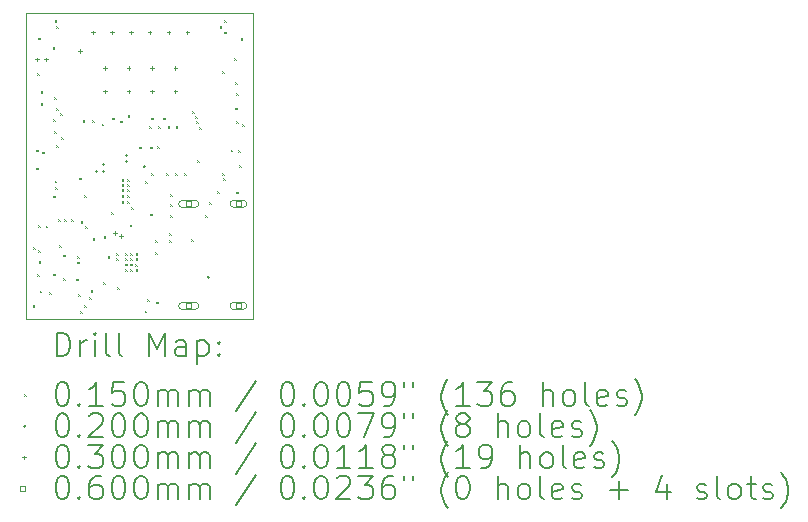
<source format=gbr>
%TF.GenerationSoftware,KiCad,Pcbnew,7.0.10*%
%TF.CreationDate,2024-03-03T23:10:43-08:00*%
%TF.ProjectId,Tracker_Band_V1,54726163-6b65-4725-9f42-616e645f5631,1*%
%TF.SameCoordinates,Original*%
%TF.FileFunction,Drillmap*%
%TF.FilePolarity,Positive*%
%FSLAX45Y45*%
G04 Gerber Fmt 4.5, Leading zero omitted, Abs format (unit mm)*
G04 Created by KiCad (PCBNEW 7.0.10) date 2024-03-03 23:10:43*
%MOMM*%
%LPD*%
G01*
G04 APERTURE LIST*
%ADD10C,0.100000*%
%ADD11C,0.200000*%
G04 APERTURE END LIST*
D10*
X12207200Y-7559200D02*
X14127400Y-7559200D01*
X14127400Y-10146400D01*
X12207200Y-10146400D01*
X12207200Y-7559200D01*
D11*
D10*
X12260000Y-10030000D02*
X12275000Y-10045000D01*
X12275000Y-10030000D02*
X12260000Y-10045000D01*
X12261000Y-9536500D02*
X12276000Y-9551500D01*
X12276000Y-9536500D02*
X12261000Y-9551500D01*
X12290000Y-8712500D02*
X12305000Y-8727500D01*
X12305000Y-8712500D02*
X12290000Y-8727500D01*
X12290000Y-8865000D02*
X12305000Y-8880000D01*
X12305000Y-8865000D02*
X12290000Y-8880000D01*
X12300000Y-8065000D02*
X12315000Y-8080000D01*
X12315000Y-8065000D02*
X12300000Y-8080000D01*
X12300000Y-9767500D02*
X12315000Y-9782500D01*
X12315000Y-9767500D02*
X12300000Y-9782500D01*
X12302500Y-7765500D02*
X12317500Y-7780500D01*
X12317500Y-7765500D02*
X12302500Y-7780500D01*
X12302500Y-9565000D02*
X12317500Y-9580000D01*
X12317500Y-9565000D02*
X12302500Y-9580000D01*
X12307500Y-9350000D02*
X12322500Y-9365000D01*
X12322500Y-9350000D02*
X12307500Y-9365000D01*
X12310000Y-9657500D02*
X12325000Y-9672500D01*
X12325000Y-9657500D02*
X12310000Y-9672500D01*
X12317500Y-9907500D02*
X12332500Y-9922500D01*
X12332500Y-9907500D02*
X12317500Y-9922500D01*
X12327500Y-8217500D02*
X12342500Y-8232500D01*
X12342500Y-8217500D02*
X12327500Y-8232500D01*
X12327500Y-8317500D02*
X12342500Y-8332500D01*
X12342500Y-8317500D02*
X12327500Y-8332500D01*
X12337500Y-8730000D02*
X12352500Y-8745000D01*
X12352500Y-8730000D02*
X12337500Y-8745000D01*
X12370000Y-9357500D02*
X12385000Y-9372500D01*
X12385000Y-9357500D02*
X12370000Y-9372500D01*
X12397500Y-9917500D02*
X12412500Y-9932500D01*
X12412500Y-9917500D02*
X12397500Y-9932500D01*
X12428500Y-7844500D02*
X12443500Y-7859500D01*
X12443500Y-7844500D02*
X12428500Y-7859500D01*
X12432500Y-9102500D02*
X12447500Y-9117500D01*
X12447500Y-9102500D02*
X12432500Y-9117500D01*
X12432500Y-9762500D02*
X12447500Y-9777500D01*
X12447500Y-9762500D02*
X12432500Y-9777500D01*
X12435000Y-8457500D02*
X12450000Y-8472500D01*
X12450000Y-8457500D02*
X12435000Y-8472500D01*
X12440000Y-8267500D02*
X12455000Y-8282500D01*
X12455000Y-8267500D02*
X12440000Y-8282500D01*
X12442500Y-8560000D02*
X12457500Y-8575000D01*
X12457500Y-8560000D02*
X12442500Y-8575000D01*
X12445000Y-7620000D02*
X12460000Y-7635000D01*
X12460000Y-7620000D02*
X12445000Y-7635000D01*
X12445000Y-8975000D02*
X12460000Y-8990000D01*
X12460000Y-8975000D02*
X12445000Y-8990000D01*
X12447500Y-9032500D02*
X12462500Y-9047500D01*
X12462500Y-9032500D02*
X12447500Y-9047500D01*
X12455000Y-7667500D02*
X12470000Y-7682500D01*
X12470000Y-7667500D02*
X12455000Y-7682500D01*
X12455000Y-8362500D02*
X12470000Y-8377500D01*
X12470000Y-8362500D02*
X12455000Y-8377500D01*
X12460000Y-8672500D02*
X12475000Y-8687500D01*
X12475000Y-8672500D02*
X12460000Y-8687500D01*
X12472500Y-9305000D02*
X12487500Y-9320000D01*
X12487500Y-9305000D02*
X12472500Y-9320000D01*
X12482500Y-9522500D02*
X12497500Y-9537500D01*
X12497500Y-9522500D02*
X12482500Y-9537500D01*
X12492500Y-8402500D02*
X12507500Y-8417500D01*
X12507500Y-8402500D02*
X12492500Y-8417500D01*
X12502500Y-8610000D02*
X12517500Y-8625000D01*
X12517500Y-8610000D02*
X12502500Y-8625000D01*
X12515000Y-9602500D02*
X12530000Y-9617500D01*
X12530000Y-9602500D02*
X12515000Y-9617500D01*
X12515000Y-9800000D02*
X12530000Y-9815000D01*
X12530000Y-9800000D02*
X12515000Y-9815000D01*
X12527500Y-9305000D02*
X12542500Y-9320000D01*
X12542500Y-9305000D02*
X12527500Y-9320000D01*
X12582500Y-9305000D02*
X12597500Y-9320000D01*
X12597500Y-9305000D02*
X12582500Y-9320000D01*
X12630000Y-9805000D02*
X12645000Y-9820000D01*
X12645000Y-9805000D02*
X12630000Y-9820000D01*
X12637500Y-9612500D02*
X12652500Y-9627500D01*
X12652500Y-9612500D02*
X12637500Y-9627500D01*
X12637500Y-9662500D02*
X12652500Y-9677500D01*
X12652500Y-9662500D02*
X12637500Y-9677500D01*
X12642500Y-9937500D02*
X12657500Y-9952500D01*
X12657500Y-9937500D02*
X12642500Y-9952500D01*
X12650000Y-8950000D02*
X12665000Y-8965000D01*
X12665000Y-8950000D02*
X12650000Y-8965000D01*
X12662500Y-10082500D02*
X12677500Y-10097500D01*
X12677500Y-10082500D02*
X12662500Y-10097500D01*
X12665000Y-9320000D02*
X12680000Y-9335000D01*
X12680000Y-9320000D02*
X12665000Y-9335000D01*
X12682500Y-8462500D02*
X12697500Y-8477500D01*
X12697500Y-8462500D02*
X12682500Y-8477500D01*
X12692500Y-9097500D02*
X12707500Y-9112500D01*
X12707500Y-9097500D02*
X12692500Y-9112500D01*
X12692500Y-10030000D02*
X12707500Y-10045000D01*
X12707500Y-10030000D02*
X12692500Y-10045000D01*
X12705000Y-9362500D02*
X12720000Y-9377500D01*
X12720000Y-9362500D02*
X12705000Y-9377500D01*
X12735000Y-9960000D02*
X12750000Y-9975000D01*
X12750000Y-9960000D02*
X12735000Y-9975000D01*
X12750000Y-9905000D02*
X12765000Y-9920000D01*
X12765000Y-9905000D02*
X12750000Y-9920000D01*
X12762500Y-8462500D02*
X12777500Y-8477500D01*
X12777500Y-8462500D02*
X12762500Y-8477500D01*
X12767500Y-9462500D02*
X12782500Y-9477500D01*
X12782500Y-9462500D02*
X12767500Y-9477500D01*
X12842500Y-8492500D02*
X12857500Y-8507500D01*
X12857500Y-8492500D02*
X12842500Y-8507500D01*
X12857500Y-9837500D02*
X12872500Y-9852500D01*
X12872500Y-9837500D02*
X12857500Y-9852500D01*
X12860000Y-9445000D02*
X12875000Y-9460000D01*
X12875000Y-9445000D02*
X12860000Y-9460000D01*
X12895000Y-9612500D02*
X12910000Y-9627500D01*
X12910000Y-9612500D02*
X12895000Y-9627500D01*
X12922500Y-9240000D02*
X12937500Y-9255000D01*
X12937500Y-9240000D02*
X12922500Y-9255000D01*
X12932500Y-8442500D02*
X12947500Y-8457500D01*
X12947500Y-8442500D02*
X12932500Y-8457500D01*
X12965000Y-9587500D02*
X12980000Y-9602500D01*
X12980000Y-9587500D02*
X12965000Y-9602500D01*
X12965000Y-9635000D02*
X12980000Y-9650000D01*
X12980000Y-9635000D02*
X12965000Y-9650000D01*
X12977500Y-9880000D02*
X12992500Y-9895000D01*
X12992500Y-9880000D02*
X12977500Y-9895000D01*
X13002500Y-8467500D02*
X13017500Y-8482500D01*
X13017500Y-8467500D02*
X13002500Y-8482500D01*
X13011941Y-9005397D02*
X13026941Y-9020397D01*
X13026941Y-9005397D02*
X13011941Y-9020397D01*
X13012104Y-9096197D02*
X13027104Y-9111197D01*
X13027104Y-9096197D02*
X13012104Y-9111197D01*
X13012149Y-9050797D02*
X13027149Y-9065797D01*
X13027149Y-9050797D02*
X13012149Y-9065797D01*
X13012500Y-8960000D02*
X13027500Y-8975000D01*
X13027500Y-8960000D02*
X13012500Y-8975000D01*
X13012500Y-9152500D02*
X13027500Y-9167500D01*
X13027500Y-9152500D02*
X13012500Y-9167500D01*
X13039441Y-9634199D02*
X13054441Y-9649199D01*
X13054441Y-9634199D02*
X13039441Y-9649199D01*
X13039604Y-9724999D02*
X13054604Y-9739999D01*
X13054604Y-9724999D02*
X13039604Y-9739999D01*
X13039649Y-9679599D02*
X13054649Y-9694599D01*
X13054649Y-9679599D02*
X13039649Y-9694599D01*
X13040000Y-9588802D02*
X13055000Y-9603802D01*
X13055000Y-9588802D02*
X13040000Y-9603802D01*
X13057381Y-9005397D02*
X13072381Y-9020397D01*
X13072381Y-9005397D02*
X13057381Y-9020397D01*
X13057494Y-9096198D02*
X13072494Y-9111198D01*
X13072494Y-9096198D02*
X13057494Y-9111198D01*
X13057500Y-9152500D02*
X13072500Y-9167500D01*
X13072500Y-9152500D02*
X13057500Y-9167500D01*
X13057527Y-9050797D02*
X13072527Y-9065797D01*
X13072527Y-9050797D02*
X13057527Y-9065797D01*
X13057900Y-8960000D02*
X13072900Y-8975000D01*
X13072900Y-8960000D02*
X13057900Y-8975000D01*
X13062500Y-8422500D02*
X13077500Y-8437500D01*
X13077500Y-8422500D02*
X13062500Y-8437500D01*
X13084881Y-9634200D02*
X13099881Y-9649200D01*
X13099881Y-9634200D02*
X13084881Y-9649200D01*
X13084994Y-9725000D02*
X13099994Y-9740000D01*
X13099994Y-9725000D02*
X13084994Y-9740000D01*
X13085027Y-9679600D02*
X13100027Y-9694600D01*
X13100027Y-9679600D02*
X13085027Y-9694600D01*
X13085400Y-9588802D02*
X13100400Y-9603802D01*
X13100400Y-9588802D02*
X13085400Y-9603802D01*
X13092500Y-9202500D02*
X13107500Y-9217500D01*
X13107500Y-9202500D02*
X13092500Y-9217500D01*
X13127494Y-9680400D02*
X13142494Y-9695400D01*
X13142494Y-9680400D02*
X13127494Y-9695400D01*
X13130271Y-9635166D02*
X13145271Y-9650166D01*
X13145271Y-9635166D02*
X13130271Y-9650166D01*
X13130384Y-9725969D02*
X13145384Y-9740969D01*
X13145384Y-9725969D02*
X13130384Y-9740969D01*
X13130791Y-9589720D02*
X13145791Y-9604720D01*
X13145791Y-9589720D02*
X13130791Y-9604720D01*
X13162500Y-8687500D02*
X13177500Y-8702500D01*
X13177500Y-8687500D02*
X13162500Y-8702500D01*
X13207500Y-10077500D02*
X13222500Y-10092500D01*
X13222500Y-10077500D02*
X13207500Y-10092500D01*
X13212500Y-8977500D02*
X13227500Y-8992500D01*
X13227500Y-8977500D02*
X13212500Y-8992500D01*
X13227500Y-9980000D02*
X13242500Y-9995000D01*
X13242500Y-9980000D02*
X13227500Y-9995000D01*
X13242500Y-8515000D02*
X13257500Y-8530000D01*
X13257500Y-8515000D02*
X13242500Y-8530000D01*
X13252500Y-8687500D02*
X13267500Y-8702500D01*
X13267500Y-8687500D02*
X13252500Y-8702500D01*
X13252500Y-9255000D02*
X13267500Y-9270000D01*
X13267500Y-9255000D02*
X13252500Y-9270000D01*
X13260000Y-8912500D02*
X13275000Y-8927500D01*
X13275000Y-8912500D02*
X13260000Y-8927500D01*
X13262500Y-8442500D02*
X13277500Y-8457500D01*
X13277500Y-8442500D02*
X13262500Y-8457500D01*
X13297500Y-9480000D02*
X13312500Y-9495000D01*
X13312500Y-9480000D02*
X13297500Y-9495000D01*
X13297500Y-9582500D02*
X13312500Y-9597500D01*
X13312500Y-9582500D02*
X13297500Y-9597500D01*
X13307500Y-10000000D02*
X13322500Y-10015000D01*
X13322500Y-10000000D02*
X13307500Y-10015000D01*
X13312500Y-8685000D02*
X13327500Y-8700000D01*
X13327500Y-8685000D02*
X13312500Y-8700000D01*
X13322500Y-8515000D02*
X13337500Y-8530000D01*
X13337500Y-8515000D02*
X13322500Y-8530000D01*
X13362500Y-8442500D02*
X13377500Y-8457500D01*
X13377500Y-8442500D02*
X13362500Y-8457500D01*
X13390000Y-8912500D02*
X13405000Y-8927500D01*
X13405000Y-8912500D02*
X13390000Y-8927500D01*
X13402500Y-8515000D02*
X13417500Y-8530000D01*
X13417500Y-8515000D02*
X13402500Y-8530000D01*
X13417500Y-9422500D02*
X13432500Y-9437500D01*
X13432500Y-9422500D02*
X13417500Y-9437500D01*
X13417500Y-9482500D02*
X13432500Y-9497500D01*
X13432500Y-9482500D02*
X13417500Y-9497500D01*
X13422500Y-9087500D02*
X13437500Y-9102500D01*
X13437500Y-9087500D02*
X13422500Y-9102500D01*
X13422500Y-9172500D02*
X13437500Y-9187500D01*
X13437500Y-9172500D02*
X13422500Y-9187500D01*
X13422500Y-9265000D02*
X13437500Y-9280000D01*
X13437500Y-9265000D02*
X13422500Y-9280000D01*
X13467500Y-8912500D02*
X13482500Y-8927500D01*
X13482500Y-8912500D02*
X13467500Y-8927500D01*
X13470000Y-8515000D02*
X13485000Y-8530000D01*
X13485000Y-8515000D02*
X13470000Y-8530000D01*
X13545000Y-8912500D02*
X13560000Y-8927500D01*
X13560000Y-8912500D02*
X13545000Y-8927500D01*
X13600000Y-9472500D02*
X13615000Y-9487500D01*
X13615000Y-9472500D02*
X13600000Y-9487500D01*
X13610000Y-8387500D02*
X13625000Y-8402500D01*
X13625000Y-8387500D02*
X13610000Y-8402500D01*
X13637500Y-8430000D02*
X13652500Y-8445000D01*
X13652500Y-8430000D02*
X13637500Y-8445000D01*
X13646250Y-8475000D02*
X13661250Y-8490000D01*
X13661250Y-8475000D02*
X13646250Y-8490000D01*
X13655000Y-8800000D02*
X13670000Y-8815000D01*
X13670000Y-8800000D02*
X13655000Y-8815000D01*
X13670000Y-8522500D02*
X13685000Y-8537500D01*
X13685000Y-8522500D02*
X13670000Y-8537500D01*
X13717500Y-9267500D02*
X13732500Y-9282500D01*
X13732500Y-9267500D02*
X13717500Y-9282500D01*
X13751350Y-9158850D02*
X13766350Y-9173850D01*
X13766350Y-9158850D02*
X13751350Y-9173850D01*
X13820000Y-9065000D02*
X13835000Y-9080000D01*
X13835000Y-9065000D02*
X13820000Y-9080000D01*
X13842500Y-7667500D02*
X13857500Y-7682500D01*
X13857500Y-7667500D02*
X13842500Y-7682500D01*
X13862500Y-8910000D02*
X13877500Y-8925000D01*
X13877500Y-8910000D02*
X13862500Y-8925000D01*
X13864500Y-8050500D02*
X13879500Y-8065500D01*
X13879500Y-8050500D02*
X13864500Y-8065500D01*
X13875000Y-8957500D02*
X13890000Y-8972500D01*
X13890000Y-8957500D02*
X13875000Y-8972500D01*
X13877500Y-7620000D02*
X13892500Y-7635000D01*
X13892500Y-7620000D02*
X13877500Y-7635000D01*
X13877500Y-7715000D02*
X13892500Y-7730000D01*
X13892500Y-7715000D02*
X13877500Y-7730000D01*
X13935000Y-8712500D02*
X13950000Y-8727500D01*
X13950000Y-8712500D02*
X13935000Y-8727500D01*
X13963500Y-7940500D02*
X13978500Y-7955500D01*
X13978500Y-7940500D02*
X13963500Y-7955500D01*
X13971500Y-8358500D02*
X13986500Y-8373500D01*
X13986500Y-8358500D02*
X13971500Y-8373500D01*
X13972500Y-8141500D02*
X13987500Y-8156500D01*
X13987500Y-8141500D02*
X13972500Y-8156500D01*
X13982500Y-8237500D02*
X13997500Y-8252500D01*
X13997500Y-8237500D02*
X13982500Y-8252500D01*
X13982500Y-9070000D02*
X13997500Y-9085000D01*
X13997500Y-9070000D02*
X13982500Y-9085000D01*
X13985000Y-8472500D02*
X14000000Y-8487500D01*
X14000000Y-8472500D02*
X13985000Y-8487500D01*
X13997500Y-8717500D02*
X14012500Y-8732500D01*
X14012500Y-8717500D02*
X13997500Y-8732500D01*
X14007500Y-8842500D02*
X14022500Y-8857500D01*
X14022500Y-8842500D02*
X14007500Y-8857500D01*
X14019500Y-7766500D02*
X14034500Y-7781500D01*
X14034500Y-7766500D02*
X14019500Y-7781500D01*
X14032500Y-8495000D02*
X14047500Y-8510000D01*
X14047500Y-8495000D02*
X14032500Y-8510000D01*
X12810000Y-8900000D02*
G75*
G03*
X12790000Y-8900000I-10000J0D01*
G01*
X12790000Y-8900000D02*
G75*
G03*
X12810000Y-8900000I10000J0D01*
G01*
X12870000Y-8840000D02*
G75*
G03*
X12850000Y-8840000I-10000J0D01*
G01*
X12850000Y-8840000D02*
G75*
G03*
X12870000Y-8840000I10000J0D01*
G01*
X12870000Y-8900000D02*
G75*
G03*
X12850000Y-8900000I-10000J0D01*
G01*
X12850000Y-8900000D02*
G75*
G03*
X12870000Y-8900000I10000J0D01*
G01*
X13065000Y-8762100D02*
G75*
G03*
X13045000Y-8762100I-10000J0D01*
G01*
X13045000Y-8762100D02*
G75*
G03*
X13065000Y-8762100I10000J0D01*
G01*
X13065000Y-8815000D02*
G75*
G03*
X13045000Y-8815000I-10000J0D01*
G01*
X13045000Y-8815000D02*
G75*
G03*
X13065000Y-8815000I10000J0D01*
G01*
X13100000Y-9360000D02*
G75*
G03*
X13080000Y-9360000I-10000J0D01*
G01*
X13080000Y-9360000D02*
G75*
G03*
X13100000Y-9360000I10000J0D01*
G01*
X13215000Y-8860000D02*
G75*
G03*
X13195000Y-8860000I-10000J0D01*
G01*
X13195000Y-8860000D02*
G75*
G03*
X13215000Y-8860000I10000J0D01*
G01*
X13755000Y-9795000D02*
G75*
G03*
X13735000Y-9795000I-10000J0D01*
G01*
X13735000Y-9795000D02*
G75*
G03*
X13755000Y-9795000I10000J0D01*
G01*
X12297500Y-7935000D02*
X12297500Y-7965000D01*
X12282500Y-7950000D02*
X12312500Y-7950000D01*
X12372500Y-7935000D02*
X12372500Y-7965000D01*
X12357500Y-7950000D02*
X12387500Y-7950000D01*
X12660000Y-7865000D02*
X12660000Y-7895000D01*
X12645000Y-7880000D02*
X12675000Y-7880000D01*
X12770000Y-7705000D02*
X12770000Y-7735000D01*
X12755000Y-7720000D02*
X12785000Y-7720000D01*
X12870000Y-8007500D02*
X12870000Y-8037500D01*
X12855000Y-8022500D02*
X12885000Y-8022500D01*
X12870000Y-8205000D02*
X12870000Y-8235000D01*
X12855000Y-8220000D02*
X12885000Y-8220000D01*
X12930000Y-7705000D02*
X12930000Y-7735000D01*
X12915000Y-7720000D02*
X12945000Y-7720000D01*
X12957939Y-9403346D02*
X12957939Y-9433346D01*
X12942939Y-9418346D02*
X12972939Y-9418346D01*
X13008633Y-9430482D02*
X13008633Y-9460482D01*
X12993633Y-9445482D02*
X13023633Y-9445482D01*
X13072500Y-8007500D02*
X13072500Y-8037500D01*
X13057500Y-8022500D02*
X13087500Y-8022500D01*
X13072500Y-8205000D02*
X13072500Y-8235000D01*
X13057500Y-8220000D02*
X13087500Y-8220000D01*
X13090000Y-7705000D02*
X13090000Y-7735000D01*
X13075000Y-7720000D02*
X13105000Y-7720000D01*
X13250000Y-7705000D02*
X13250000Y-7735000D01*
X13235000Y-7720000D02*
X13265000Y-7720000D01*
X13270000Y-8007500D02*
X13270000Y-8037500D01*
X13255000Y-8022500D02*
X13285000Y-8022500D01*
X13270000Y-8205000D02*
X13270000Y-8235000D01*
X13255000Y-8220000D02*
X13285000Y-8220000D01*
X13410000Y-7705000D02*
X13410000Y-7735000D01*
X13395000Y-7720000D02*
X13425000Y-7720000D01*
X13467500Y-8007500D02*
X13467500Y-8037500D01*
X13452500Y-8022500D02*
X13482500Y-8022500D01*
X13467500Y-8205000D02*
X13467500Y-8235000D01*
X13452500Y-8220000D02*
X13482500Y-8220000D01*
X13570000Y-7705000D02*
X13570000Y-7735000D01*
X13555000Y-7720000D02*
X13585000Y-7720000D01*
X13602213Y-9194213D02*
X13602213Y-9151787D01*
X13559787Y-9151787D01*
X13559787Y-9194213D01*
X13602213Y-9194213D01*
X13526000Y-9203000D02*
X13636000Y-9203000D01*
X13636000Y-9203000D02*
G75*
G03*
X13636000Y-9143000I0J30000D01*
G01*
X13636000Y-9143000D02*
X13526000Y-9143000D01*
X13526000Y-9143000D02*
G75*
G03*
X13526000Y-9203000I0J-30000D01*
G01*
X13602213Y-10058213D02*
X13602213Y-10015787D01*
X13559787Y-10015787D01*
X13559787Y-10058213D01*
X13602213Y-10058213D01*
X13526000Y-10067000D02*
X13636000Y-10067000D01*
X13636000Y-10067000D02*
G75*
G03*
X13636000Y-10007000I0J30000D01*
G01*
X13636000Y-10007000D02*
X13526000Y-10007000D01*
X13526000Y-10007000D02*
G75*
G03*
X13526000Y-10067000I0J-30000D01*
G01*
X14022213Y-9194213D02*
X14022213Y-9151787D01*
X13979787Y-9151787D01*
X13979787Y-9194213D01*
X14022213Y-9194213D01*
X13961000Y-9203000D02*
X14041000Y-9203000D01*
X14041000Y-9203000D02*
G75*
G03*
X14041000Y-9143000I0J30000D01*
G01*
X14041000Y-9143000D02*
X13961000Y-9143000D01*
X13961000Y-9143000D02*
G75*
G03*
X13961000Y-9203000I0J-30000D01*
G01*
X14022213Y-10058213D02*
X14022213Y-10015787D01*
X13979787Y-10015787D01*
X13979787Y-10058213D01*
X14022213Y-10058213D01*
X13961000Y-10067000D02*
X14041000Y-10067000D01*
X14041000Y-10067000D02*
G75*
G03*
X14041000Y-10007000I0J30000D01*
G01*
X14041000Y-10007000D02*
X13961000Y-10007000D01*
X13961000Y-10007000D02*
G75*
G03*
X13961000Y-10067000I0J-30000D01*
G01*
D11*
X12462977Y-10462884D02*
X12462977Y-10262884D01*
X12462977Y-10262884D02*
X12510596Y-10262884D01*
X12510596Y-10262884D02*
X12539167Y-10272408D01*
X12539167Y-10272408D02*
X12558215Y-10291455D01*
X12558215Y-10291455D02*
X12567739Y-10310503D01*
X12567739Y-10310503D02*
X12577262Y-10348598D01*
X12577262Y-10348598D02*
X12577262Y-10377170D01*
X12577262Y-10377170D02*
X12567739Y-10415265D01*
X12567739Y-10415265D02*
X12558215Y-10434312D01*
X12558215Y-10434312D02*
X12539167Y-10453360D01*
X12539167Y-10453360D02*
X12510596Y-10462884D01*
X12510596Y-10462884D02*
X12462977Y-10462884D01*
X12662977Y-10462884D02*
X12662977Y-10329550D01*
X12662977Y-10367646D02*
X12672501Y-10348598D01*
X12672501Y-10348598D02*
X12682024Y-10339074D01*
X12682024Y-10339074D02*
X12701072Y-10329550D01*
X12701072Y-10329550D02*
X12720120Y-10329550D01*
X12786786Y-10462884D02*
X12786786Y-10329550D01*
X12786786Y-10262884D02*
X12777262Y-10272408D01*
X12777262Y-10272408D02*
X12786786Y-10281931D01*
X12786786Y-10281931D02*
X12796310Y-10272408D01*
X12796310Y-10272408D02*
X12786786Y-10262884D01*
X12786786Y-10262884D02*
X12786786Y-10281931D01*
X12910596Y-10462884D02*
X12891548Y-10453360D01*
X12891548Y-10453360D02*
X12882024Y-10434312D01*
X12882024Y-10434312D02*
X12882024Y-10262884D01*
X13015358Y-10462884D02*
X12996310Y-10453360D01*
X12996310Y-10453360D02*
X12986786Y-10434312D01*
X12986786Y-10434312D02*
X12986786Y-10262884D01*
X13243929Y-10462884D02*
X13243929Y-10262884D01*
X13243929Y-10262884D02*
X13310596Y-10405741D01*
X13310596Y-10405741D02*
X13377262Y-10262884D01*
X13377262Y-10262884D02*
X13377262Y-10462884D01*
X13558215Y-10462884D02*
X13558215Y-10358122D01*
X13558215Y-10358122D02*
X13548691Y-10339074D01*
X13548691Y-10339074D02*
X13529643Y-10329550D01*
X13529643Y-10329550D02*
X13491548Y-10329550D01*
X13491548Y-10329550D02*
X13472501Y-10339074D01*
X13558215Y-10453360D02*
X13539167Y-10462884D01*
X13539167Y-10462884D02*
X13491548Y-10462884D01*
X13491548Y-10462884D02*
X13472501Y-10453360D01*
X13472501Y-10453360D02*
X13462977Y-10434312D01*
X13462977Y-10434312D02*
X13462977Y-10415265D01*
X13462977Y-10415265D02*
X13472501Y-10396217D01*
X13472501Y-10396217D02*
X13491548Y-10386693D01*
X13491548Y-10386693D02*
X13539167Y-10386693D01*
X13539167Y-10386693D02*
X13558215Y-10377170D01*
X13653453Y-10329550D02*
X13653453Y-10529550D01*
X13653453Y-10339074D02*
X13672501Y-10329550D01*
X13672501Y-10329550D02*
X13710596Y-10329550D01*
X13710596Y-10329550D02*
X13729643Y-10339074D01*
X13729643Y-10339074D02*
X13739167Y-10348598D01*
X13739167Y-10348598D02*
X13748691Y-10367646D01*
X13748691Y-10367646D02*
X13748691Y-10424789D01*
X13748691Y-10424789D02*
X13739167Y-10443836D01*
X13739167Y-10443836D02*
X13729643Y-10453360D01*
X13729643Y-10453360D02*
X13710596Y-10462884D01*
X13710596Y-10462884D02*
X13672501Y-10462884D01*
X13672501Y-10462884D02*
X13653453Y-10453360D01*
X13834405Y-10443836D02*
X13843929Y-10453360D01*
X13843929Y-10453360D02*
X13834405Y-10462884D01*
X13834405Y-10462884D02*
X13824882Y-10453360D01*
X13824882Y-10453360D02*
X13834405Y-10443836D01*
X13834405Y-10443836D02*
X13834405Y-10462884D01*
X13834405Y-10339074D02*
X13843929Y-10348598D01*
X13843929Y-10348598D02*
X13834405Y-10358122D01*
X13834405Y-10358122D02*
X13824882Y-10348598D01*
X13824882Y-10348598D02*
X13834405Y-10339074D01*
X13834405Y-10339074D02*
X13834405Y-10358122D01*
D10*
X12187200Y-10783900D02*
X12202200Y-10798900D01*
X12202200Y-10783900D02*
X12187200Y-10798900D01*
D11*
X12501072Y-10682884D02*
X12520120Y-10682884D01*
X12520120Y-10682884D02*
X12539167Y-10692408D01*
X12539167Y-10692408D02*
X12548691Y-10701931D01*
X12548691Y-10701931D02*
X12558215Y-10720979D01*
X12558215Y-10720979D02*
X12567739Y-10759074D01*
X12567739Y-10759074D02*
X12567739Y-10806693D01*
X12567739Y-10806693D02*
X12558215Y-10844789D01*
X12558215Y-10844789D02*
X12548691Y-10863836D01*
X12548691Y-10863836D02*
X12539167Y-10873360D01*
X12539167Y-10873360D02*
X12520120Y-10882884D01*
X12520120Y-10882884D02*
X12501072Y-10882884D01*
X12501072Y-10882884D02*
X12482024Y-10873360D01*
X12482024Y-10873360D02*
X12472501Y-10863836D01*
X12472501Y-10863836D02*
X12462977Y-10844789D01*
X12462977Y-10844789D02*
X12453453Y-10806693D01*
X12453453Y-10806693D02*
X12453453Y-10759074D01*
X12453453Y-10759074D02*
X12462977Y-10720979D01*
X12462977Y-10720979D02*
X12472501Y-10701931D01*
X12472501Y-10701931D02*
X12482024Y-10692408D01*
X12482024Y-10692408D02*
X12501072Y-10682884D01*
X12653453Y-10863836D02*
X12662977Y-10873360D01*
X12662977Y-10873360D02*
X12653453Y-10882884D01*
X12653453Y-10882884D02*
X12643929Y-10873360D01*
X12643929Y-10873360D02*
X12653453Y-10863836D01*
X12653453Y-10863836D02*
X12653453Y-10882884D01*
X12853453Y-10882884D02*
X12739167Y-10882884D01*
X12796310Y-10882884D02*
X12796310Y-10682884D01*
X12796310Y-10682884D02*
X12777262Y-10711455D01*
X12777262Y-10711455D02*
X12758215Y-10730503D01*
X12758215Y-10730503D02*
X12739167Y-10740027D01*
X13034405Y-10682884D02*
X12939167Y-10682884D01*
X12939167Y-10682884D02*
X12929643Y-10778122D01*
X12929643Y-10778122D02*
X12939167Y-10768598D01*
X12939167Y-10768598D02*
X12958215Y-10759074D01*
X12958215Y-10759074D02*
X13005834Y-10759074D01*
X13005834Y-10759074D02*
X13024882Y-10768598D01*
X13024882Y-10768598D02*
X13034405Y-10778122D01*
X13034405Y-10778122D02*
X13043929Y-10797170D01*
X13043929Y-10797170D02*
X13043929Y-10844789D01*
X13043929Y-10844789D02*
X13034405Y-10863836D01*
X13034405Y-10863836D02*
X13024882Y-10873360D01*
X13024882Y-10873360D02*
X13005834Y-10882884D01*
X13005834Y-10882884D02*
X12958215Y-10882884D01*
X12958215Y-10882884D02*
X12939167Y-10873360D01*
X12939167Y-10873360D02*
X12929643Y-10863836D01*
X13167739Y-10682884D02*
X13186786Y-10682884D01*
X13186786Y-10682884D02*
X13205834Y-10692408D01*
X13205834Y-10692408D02*
X13215358Y-10701931D01*
X13215358Y-10701931D02*
X13224882Y-10720979D01*
X13224882Y-10720979D02*
X13234405Y-10759074D01*
X13234405Y-10759074D02*
X13234405Y-10806693D01*
X13234405Y-10806693D02*
X13224882Y-10844789D01*
X13224882Y-10844789D02*
X13215358Y-10863836D01*
X13215358Y-10863836D02*
X13205834Y-10873360D01*
X13205834Y-10873360D02*
X13186786Y-10882884D01*
X13186786Y-10882884D02*
X13167739Y-10882884D01*
X13167739Y-10882884D02*
X13148691Y-10873360D01*
X13148691Y-10873360D02*
X13139167Y-10863836D01*
X13139167Y-10863836D02*
X13129643Y-10844789D01*
X13129643Y-10844789D02*
X13120120Y-10806693D01*
X13120120Y-10806693D02*
X13120120Y-10759074D01*
X13120120Y-10759074D02*
X13129643Y-10720979D01*
X13129643Y-10720979D02*
X13139167Y-10701931D01*
X13139167Y-10701931D02*
X13148691Y-10692408D01*
X13148691Y-10692408D02*
X13167739Y-10682884D01*
X13320120Y-10882884D02*
X13320120Y-10749550D01*
X13320120Y-10768598D02*
X13329643Y-10759074D01*
X13329643Y-10759074D02*
X13348691Y-10749550D01*
X13348691Y-10749550D02*
X13377263Y-10749550D01*
X13377263Y-10749550D02*
X13396310Y-10759074D01*
X13396310Y-10759074D02*
X13405834Y-10778122D01*
X13405834Y-10778122D02*
X13405834Y-10882884D01*
X13405834Y-10778122D02*
X13415358Y-10759074D01*
X13415358Y-10759074D02*
X13434405Y-10749550D01*
X13434405Y-10749550D02*
X13462977Y-10749550D01*
X13462977Y-10749550D02*
X13482024Y-10759074D01*
X13482024Y-10759074D02*
X13491548Y-10778122D01*
X13491548Y-10778122D02*
X13491548Y-10882884D01*
X13586786Y-10882884D02*
X13586786Y-10749550D01*
X13586786Y-10768598D02*
X13596310Y-10759074D01*
X13596310Y-10759074D02*
X13615358Y-10749550D01*
X13615358Y-10749550D02*
X13643929Y-10749550D01*
X13643929Y-10749550D02*
X13662977Y-10759074D01*
X13662977Y-10759074D02*
X13672501Y-10778122D01*
X13672501Y-10778122D02*
X13672501Y-10882884D01*
X13672501Y-10778122D02*
X13682024Y-10759074D01*
X13682024Y-10759074D02*
X13701072Y-10749550D01*
X13701072Y-10749550D02*
X13729643Y-10749550D01*
X13729643Y-10749550D02*
X13748691Y-10759074D01*
X13748691Y-10759074D02*
X13758215Y-10778122D01*
X13758215Y-10778122D02*
X13758215Y-10882884D01*
X14148691Y-10673360D02*
X13977263Y-10930503D01*
X14405834Y-10682884D02*
X14424882Y-10682884D01*
X14424882Y-10682884D02*
X14443929Y-10692408D01*
X14443929Y-10692408D02*
X14453453Y-10701931D01*
X14453453Y-10701931D02*
X14462977Y-10720979D01*
X14462977Y-10720979D02*
X14472501Y-10759074D01*
X14472501Y-10759074D02*
X14472501Y-10806693D01*
X14472501Y-10806693D02*
X14462977Y-10844789D01*
X14462977Y-10844789D02*
X14453453Y-10863836D01*
X14453453Y-10863836D02*
X14443929Y-10873360D01*
X14443929Y-10873360D02*
X14424882Y-10882884D01*
X14424882Y-10882884D02*
X14405834Y-10882884D01*
X14405834Y-10882884D02*
X14386786Y-10873360D01*
X14386786Y-10873360D02*
X14377263Y-10863836D01*
X14377263Y-10863836D02*
X14367739Y-10844789D01*
X14367739Y-10844789D02*
X14358215Y-10806693D01*
X14358215Y-10806693D02*
X14358215Y-10759074D01*
X14358215Y-10759074D02*
X14367739Y-10720979D01*
X14367739Y-10720979D02*
X14377263Y-10701931D01*
X14377263Y-10701931D02*
X14386786Y-10692408D01*
X14386786Y-10692408D02*
X14405834Y-10682884D01*
X14558215Y-10863836D02*
X14567739Y-10873360D01*
X14567739Y-10873360D02*
X14558215Y-10882884D01*
X14558215Y-10882884D02*
X14548691Y-10873360D01*
X14548691Y-10873360D02*
X14558215Y-10863836D01*
X14558215Y-10863836D02*
X14558215Y-10882884D01*
X14691548Y-10682884D02*
X14710596Y-10682884D01*
X14710596Y-10682884D02*
X14729644Y-10692408D01*
X14729644Y-10692408D02*
X14739167Y-10701931D01*
X14739167Y-10701931D02*
X14748691Y-10720979D01*
X14748691Y-10720979D02*
X14758215Y-10759074D01*
X14758215Y-10759074D02*
X14758215Y-10806693D01*
X14758215Y-10806693D02*
X14748691Y-10844789D01*
X14748691Y-10844789D02*
X14739167Y-10863836D01*
X14739167Y-10863836D02*
X14729644Y-10873360D01*
X14729644Y-10873360D02*
X14710596Y-10882884D01*
X14710596Y-10882884D02*
X14691548Y-10882884D01*
X14691548Y-10882884D02*
X14672501Y-10873360D01*
X14672501Y-10873360D02*
X14662977Y-10863836D01*
X14662977Y-10863836D02*
X14653453Y-10844789D01*
X14653453Y-10844789D02*
X14643929Y-10806693D01*
X14643929Y-10806693D02*
X14643929Y-10759074D01*
X14643929Y-10759074D02*
X14653453Y-10720979D01*
X14653453Y-10720979D02*
X14662977Y-10701931D01*
X14662977Y-10701931D02*
X14672501Y-10692408D01*
X14672501Y-10692408D02*
X14691548Y-10682884D01*
X14882025Y-10682884D02*
X14901072Y-10682884D01*
X14901072Y-10682884D02*
X14920120Y-10692408D01*
X14920120Y-10692408D02*
X14929644Y-10701931D01*
X14929644Y-10701931D02*
X14939167Y-10720979D01*
X14939167Y-10720979D02*
X14948691Y-10759074D01*
X14948691Y-10759074D02*
X14948691Y-10806693D01*
X14948691Y-10806693D02*
X14939167Y-10844789D01*
X14939167Y-10844789D02*
X14929644Y-10863836D01*
X14929644Y-10863836D02*
X14920120Y-10873360D01*
X14920120Y-10873360D02*
X14901072Y-10882884D01*
X14901072Y-10882884D02*
X14882025Y-10882884D01*
X14882025Y-10882884D02*
X14862977Y-10873360D01*
X14862977Y-10873360D02*
X14853453Y-10863836D01*
X14853453Y-10863836D02*
X14843929Y-10844789D01*
X14843929Y-10844789D02*
X14834406Y-10806693D01*
X14834406Y-10806693D02*
X14834406Y-10759074D01*
X14834406Y-10759074D02*
X14843929Y-10720979D01*
X14843929Y-10720979D02*
X14853453Y-10701931D01*
X14853453Y-10701931D02*
X14862977Y-10692408D01*
X14862977Y-10692408D02*
X14882025Y-10682884D01*
X15129644Y-10682884D02*
X15034406Y-10682884D01*
X15034406Y-10682884D02*
X15024882Y-10778122D01*
X15024882Y-10778122D02*
X15034406Y-10768598D01*
X15034406Y-10768598D02*
X15053453Y-10759074D01*
X15053453Y-10759074D02*
X15101072Y-10759074D01*
X15101072Y-10759074D02*
X15120120Y-10768598D01*
X15120120Y-10768598D02*
X15129644Y-10778122D01*
X15129644Y-10778122D02*
X15139167Y-10797170D01*
X15139167Y-10797170D02*
X15139167Y-10844789D01*
X15139167Y-10844789D02*
X15129644Y-10863836D01*
X15129644Y-10863836D02*
X15120120Y-10873360D01*
X15120120Y-10873360D02*
X15101072Y-10882884D01*
X15101072Y-10882884D02*
X15053453Y-10882884D01*
X15053453Y-10882884D02*
X15034406Y-10873360D01*
X15034406Y-10873360D02*
X15024882Y-10863836D01*
X15234406Y-10882884D02*
X15272501Y-10882884D01*
X15272501Y-10882884D02*
X15291548Y-10873360D01*
X15291548Y-10873360D02*
X15301072Y-10863836D01*
X15301072Y-10863836D02*
X15320120Y-10835265D01*
X15320120Y-10835265D02*
X15329644Y-10797170D01*
X15329644Y-10797170D02*
X15329644Y-10720979D01*
X15329644Y-10720979D02*
X15320120Y-10701931D01*
X15320120Y-10701931D02*
X15310596Y-10692408D01*
X15310596Y-10692408D02*
X15291548Y-10682884D01*
X15291548Y-10682884D02*
X15253453Y-10682884D01*
X15253453Y-10682884D02*
X15234406Y-10692408D01*
X15234406Y-10692408D02*
X15224882Y-10701931D01*
X15224882Y-10701931D02*
X15215358Y-10720979D01*
X15215358Y-10720979D02*
X15215358Y-10768598D01*
X15215358Y-10768598D02*
X15224882Y-10787646D01*
X15224882Y-10787646D02*
X15234406Y-10797170D01*
X15234406Y-10797170D02*
X15253453Y-10806693D01*
X15253453Y-10806693D02*
X15291548Y-10806693D01*
X15291548Y-10806693D02*
X15310596Y-10797170D01*
X15310596Y-10797170D02*
X15320120Y-10787646D01*
X15320120Y-10787646D02*
X15329644Y-10768598D01*
X15405834Y-10682884D02*
X15405834Y-10720979D01*
X15482025Y-10682884D02*
X15482025Y-10720979D01*
X15777263Y-10959074D02*
X15767739Y-10949550D01*
X15767739Y-10949550D02*
X15748691Y-10920979D01*
X15748691Y-10920979D02*
X15739168Y-10901931D01*
X15739168Y-10901931D02*
X15729644Y-10873360D01*
X15729644Y-10873360D02*
X15720120Y-10825741D01*
X15720120Y-10825741D02*
X15720120Y-10787646D01*
X15720120Y-10787646D02*
X15729644Y-10740027D01*
X15729644Y-10740027D02*
X15739168Y-10711455D01*
X15739168Y-10711455D02*
X15748691Y-10692408D01*
X15748691Y-10692408D02*
X15767739Y-10663836D01*
X15767739Y-10663836D02*
X15777263Y-10654312D01*
X15958215Y-10882884D02*
X15843929Y-10882884D01*
X15901072Y-10882884D02*
X15901072Y-10682884D01*
X15901072Y-10682884D02*
X15882025Y-10711455D01*
X15882025Y-10711455D02*
X15862977Y-10730503D01*
X15862977Y-10730503D02*
X15843929Y-10740027D01*
X16024882Y-10682884D02*
X16148691Y-10682884D01*
X16148691Y-10682884D02*
X16082025Y-10759074D01*
X16082025Y-10759074D02*
X16110596Y-10759074D01*
X16110596Y-10759074D02*
X16129644Y-10768598D01*
X16129644Y-10768598D02*
X16139168Y-10778122D01*
X16139168Y-10778122D02*
X16148691Y-10797170D01*
X16148691Y-10797170D02*
X16148691Y-10844789D01*
X16148691Y-10844789D02*
X16139168Y-10863836D01*
X16139168Y-10863836D02*
X16129644Y-10873360D01*
X16129644Y-10873360D02*
X16110596Y-10882884D01*
X16110596Y-10882884D02*
X16053453Y-10882884D01*
X16053453Y-10882884D02*
X16034406Y-10873360D01*
X16034406Y-10873360D02*
X16024882Y-10863836D01*
X16320120Y-10682884D02*
X16282025Y-10682884D01*
X16282025Y-10682884D02*
X16262977Y-10692408D01*
X16262977Y-10692408D02*
X16253453Y-10701931D01*
X16253453Y-10701931D02*
X16234406Y-10730503D01*
X16234406Y-10730503D02*
X16224882Y-10768598D01*
X16224882Y-10768598D02*
X16224882Y-10844789D01*
X16224882Y-10844789D02*
X16234406Y-10863836D01*
X16234406Y-10863836D02*
X16243929Y-10873360D01*
X16243929Y-10873360D02*
X16262977Y-10882884D01*
X16262977Y-10882884D02*
X16301072Y-10882884D01*
X16301072Y-10882884D02*
X16320120Y-10873360D01*
X16320120Y-10873360D02*
X16329644Y-10863836D01*
X16329644Y-10863836D02*
X16339168Y-10844789D01*
X16339168Y-10844789D02*
X16339168Y-10797170D01*
X16339168Y-10797170D02*
X16329644Y-10778122D01*
X16329644Y-10778122D02*
X16320120Y-10768598D01*
X16320120Y-10768598D02*
X16301072Y-10759074D01*
X16301072Y-10759074D02*
X16262977Y-10759074D01*
X16262977Y-10759074D02*
X16243929Y-10768598D01*
X16243929Y-10768598D02*
X16234406Y-10778122D01*
X16234406Y-10778122D02*
X16224882Y-10797170D01*
X16577263Y-10882884D02*
X16577263Y-10682884D01*
X16662977Y-10882884D02*
X16662977Y-10778122D01*
X16662977Y-10778122D02*
X16653453Y-10759074D01*
X16653453Y-10759074D02*
X16634406Y-10749550D01*
X16634406Y-10749550D02*
X16605834Y-10749550D01*
X16605834Y-10749550D02*
X16586787Y-10759074D01*
X16586787Y-10759074D02*
X16577263Y-10768598D01*
X16786787Y-10882884D02*
X16767739Y-10873360D01*
X16767739Y-10873360D02*
X16758215Y-10863836D01*
X16758215Y-10863836D02*
X16748691Y-10844789D01*
X16748691Y-10844789D02*
X16748691Y-10787646D01*
X16748691Y-10787646D02*
X16758215Y-10768598D01*
X16758215Y-10768598D02*
X16767739Y-10759074D01*
X16767739Y-10759074D02*
X16786787Y-10749550D01*
X16786787Y-10749550D02*
X16815358Y-10749550D01*
X16815358Y-10749550D02*
X16834406Y-10759074D01*
X16834406Y-10759074D02*
X16843930Y-10768598D01*
X16843930Y-10768598D02*
X16853453Y-10787646D01*
X16853453Y-10787646D02*
X16853453Y-10844789D01*
X16853453Y-10844789D02*
X16843930Y-10863836D01*
X16843930Y-10863836D02*
X16834406Y-10873360D01*
X16834406Y-10873360D02*
X16815358Y-10882884D01*
X16815358Y-10882884D02*
X16786787Y-10882884D01*
X16967739Y-10882884D02*
X16948692Y-10873360D01*
X16948692Y-10873360D02*
X16939168Y-10854312D01*
X16939168Y-10854312D02*
X16939168Y-10682884D01*
X17120120Y-10873360D02*
X17101073Y-10882884D01*
X17101073Y-10882884D02*
X17062977Y-10882884D01*
X17062977Y-10882884D02*
X17043930Y-10873360D01*
X17043930Y-10873360D02*
X17034406Y-10854312D01*
X17034406Y-10854312D02*
X17034406Y-10778122D01*
X17034406Y-10778122D02*
X17043930Y-10759074D01*
X17043930Y-10759074D02*
X17062977Y-10749550D01*
X17062977Y-10749550D02*
X17101073Y-10749550D01*
X17101073Y-10749550D02*
X17120120Y-10759074D01*
X17120120Y-10759074D02*
X17129644Y-10778122D01*
X17129644Y-10778122D02*
X17129644Y-10797170D01*
X17129644Y-10797170D02*
X17034406Y-10816217D01*
X17205834Y-10873360D02*
X17224882Y-10882884D01*
X17224882Y-10882884D02*
X17262977Y-10882884D01*
X17262977Y-10882884D02*
X17282025Y-10873360D01*
X17282025Y-10873360D02*
X17291549Y-10854312D01*
X17291549Y-10854312D02*
X17291549Y-10844789D01*
X17291549Y-10844789D02*
X17282025Y-10825741D01*
X17282025Y-10825741D02*
X17262977Y-10816217D01*
X17262977Y-10816217D02*
X17234406Y-10816217D01*
X17234406Y-10816217D02*
X17215358Y-10806693D01*
X17215358Y-10806693D02*
X17205834Y-10787646D01*
X17205834Y-10787646D02*
X17205834Y-10778122D01*
X17205834Y-10778122D02*
X17215358Y-10759074D01*
X17215358Y-10759074D02*
X17234406Y-10749550D01*
X17234406Y-10749550D02*
X17262977Y-10749550D01*
X17262977Y-10749550D02*
X17282025Y-10759074D01*
X17358215Y-10959074D02*
X17367739Y-10949550D01*
X17367739Y-10949550D02*
X17386787Y-10920979D01*
X17386787Y-10920979D02*
X17396311Y-10901931D01*
X17396311Y-10901931D02*
X17405834Y-10873360D01*
X17405834Y-10873360D02*
X17415358Y-10825741D01*
X17415358Y-10825741D02*
X17415358Y-10787646D01*
X17415358Y-10787646D02*
X17405834Y-10740027D01*
X17405834Y-10740027D02*
X17396311Y-10711455D01*
X17396311Y-10711455D02*
X17386787Y-10692408D01*
X17386787Y-10692408D02*
X17367739Y-10663836D01*
X17367739Y-10663836D02*
X17358215Y-10654312D01*
D10*
X12202200Y-11055400D02*
G75*
G03*
X12182200Y-11055400I-10000J0D01*
G01*
X12182200Y-11055400D02*
G75*
G03*
X12202200Y-11055400I10000J0D01*
G01*
D11*
X12501072Y-10946884D02*
X12520120Y-10946884D01*
X12520120Y-10946884D02*
X12539167Y-10956408D01*
X12539167Y-10956408D02*
X12548691Y-10965931D01*
X12548691Y-10965931D02*
X12558215Y-10984979D01*
X12558215Y-10984979D02*
X12567739Y-11023074D01*
X12567739Y-11023074D02*
X12567739Y-11070693D01*
X12567739Y-11070693D02*
X12558215Y-11108789D01*
X12558215Y-11108789D02*
X12548691Y-11127836D01*
X12548691Y-11127836D02*
X12539167Y-11137360D01*
X12539167Y-11137360D02*
X12520120Y-11146884D01*
X12520120Y-11146884D02*
X12501072Y-11146884D01*
X12501072Y-11146884D02*
X12482024Y-11137360D01*
X12482024Y-11137360D02*
X12472501Y-11127836D01*
X12472501Y-11127836D02*
X12462977Y-11108789D01*
X12462977Y-11108789D02*
X12453453Y-11070693D01*
X12453453Y-11070693D02*
X12453453Y-11023074D01*
X12453453Y-11023074D02*
X12462977Y-10984979D01*
X12462977Y-10984979D02*
X12472501Y-10965931D01*
X12472501Y-10965931D02*
X12482024Y-10956408D01*
X12482024Y-10956408D02*
X12501072Y-10946884D01*
X12653453Y-11127836D02*
X12662977Y-11137360D01*
X12662977Y-11137360D02*
X12653453Y-11146884D01*
X12653453Y-11146884D02*
X12643929Y-11137360D01*
X12643929Y-11137360D02*
X12653453Y-11127836D01*
X12653453Y-11127836D02*
X12653453Y-11146884D01*
X12739167Y-10965931D02*
X12748691Y-10956408D01*
X12748691Y-10956408D02*
X12767739Y-10946884D01*
X12767739Y-10946884D02*
X12815358Y-10946884D01*
X12815358Y-10946884D02*
X12834405Y-10956408D01*
X12834405Y-10956408D02*
X12843929Y-10965931D01*
X12843929Y-10965931D02*
X12853453Y-10984979D01*
X12853453Y-10984979D02*
X12853453Y-11004027D01*
X12853453Y-11004027D02*
X12843929Y-11032598D01*
X12843929Y-11032598D02*
X12729643Y-11146884D01*
X12729643Y-11146884D02*
X12853453Y-11146884D01*
X12977262Y-10946884D02*
X12996310Y-10946884D01*
X12996310Y-10946884D02*
X13015358Y-10956408D01*
X13015358Y-10956408D02*
X13024882Y-10965931D01*
X13024882Y-10965931D02*
X13034405Y-10984979D01*
X13034405Y-10984979D02*
X13043929Y-11023074D01*
X13043929Y-11023074D02*
X13043929Y-11070693D01*
X13043929Y-11070693D02*
X13034405Y-11108789D01*
X13034405Y-11108789D02*
X13024882Y-11127836D01*
X13024882Y-11127836D02*
X13015358Y-11137360D01*
X13015358Y-11137360D02*
X12996310Y-11146884D01*
X12996310Y-11146884D02*
X12977262Y-11146884D01*
X12977262Y-11146884D02*
X12958215Y-11137360D01*
X12958215Y-11137360D02*
X12948691Y-11127836D01*
X12948691Y-11127836D02*
X12939167Y-11108789D01*
X12939167Y-11108789D02*
X12929643Y-11070693D01*
X12929643Y-11070693D02*
X12929643Y-11023074D01*
X12929643Y-11023074D02*
X12939167Y-10984979D01*
X12939167Y-10984979D02*
X12948691Y-10965931D01*
X12948691Y-10965931D02*
X12958215Y-10956408D01*
X12958215Y-10956408D02*
X12977262Y-10946884D01*
X13167739Y-10946884D02*
X13186786Y-10946884D01*
X13186786Y-10946884D02*
X13205834Y-10956408D01*
X13205834Y-10956408D02*
X13215358Y-10965931D01*
X13215358Y-10965931D02*
X13224882Y-10984979D01*
X13224882Y-10984979D02*
X13234405Y-11023074D01*
X13234405Y-11023074D02*
X13234405Y-11070693D01*
X13234405Y-11070693D02*
X13224882Y-11108789D01*
X13224882Y-11108789D02*
X13215358Y-11127836D01*
X13215358Y-11127836D02*
X13205834Y-11137360D01*
X13205834Y-11137360D02*
X13186786Y-11146884D01*
X13186786Y-11146884D02*
X13167739Y-11146884D01*
X13167739Y-11146884D02*
X13148691Y-11137360D01*
X13148691Y-11137360D02*
X13139167Y-11127836D01*
X13139167Y-11127836D02*
X13129643Y-11108789D01*
X13129643Y-11108789D02*
X13120120Y-11070693D01*
X13120120Y-11070693D02*
X13120120Y-11023074D01*
X13120120Y-11023074D02*
X13129643Y-10984979D01*
X13129643Y-10984979D02*
X13139167Y-10965931D01*
X13139167Y-10965931D02*
X13148691Y-10956408D01*
X13148691Y-10956408D02*
X13167739Y-10946884D01*
X13320120Y-11146884D02*
X13320120Y-11013550D01*
X13320120Y-11032598D02*
X13329643Y-11023074D01*
X13329643Y-11023074D02*
X13348691Y-11013550D01*
X13348691Y-11013550D02*
X13377263Y-11013550D01*
X13377263Y-11013550D02*
X13396310Y-11023074D01*
X13396310Y-11023074D02*
X13405834Y-11042122D01*
X13405834Y-11042122D02*
X13405834Y-11146884D01*
X13405834Y-11042122D02*
X13415358Y-11023074D01*
X13415358Y-11023074D02*
X13434405Y-11013550D01*
X13434405Y-11013550D02*
X13462977Y-11013550D01*
X13462977Y-11013550D02*
X13482024Y-11023074D01*
X13482024Y-11023074D02*
X13491548Y-11042122D01*
X13491548Y-11042122D02*
X13491548Y-11146884D01*
X13586786Y-11146884D02*
X13586786Y-11013550D01*
X13586786Y-11032598D02*
X13596310Y-11023074D01*
X13596310Y-11023074D02*
X13615358Y-11013550D01*
X13615358Y-11013550D02*
X13643929Y-11013550D01*
X13643929Y-11013550D02*
X13662977Y-11023074D01*
X13662977Y-11023074D02*
X13672501Y-11042122D01*
X13672501Y-11042122D02*
X13672501Y-11146884D01*
X13672501Y-11042122D02*
X13682024Y-11023074D01*
X13682024Y-11023074D02*
X13701072Y-11013550D01*
X13701072Y-11013550D02*
X13729643Y-11013550D01*
X13729643Y-11013550D02*
X13748691Y-11023074D01*
X13748691Y-11023074D02*
X13758215Y-11042122D01*
X13758215Y-11042122D02*
X13758215Y-11146884D01*
X14148691Y-10937360D02*
X13977263Y-11194503D01*
X14405834Y-10946884D02*
X14424882Y-10946884D01*
X14424882Y-10946884D02*
X14443929Y-10956408D01*
X14443929Y-10956408D02*
X14453453Y-10965931D01*
X14453453Y-10965931D02*
X14462977Y-10984979D01*
X14462977Y-10984979D02*
X14472501Y-11023074D01*
X14472501Y-11023074D02*
X14472501Y-11070693D01*
X14472501Y-11070693D02*
X14462977Y-11108789D01*
X14462977Y-11108789D02*
X14453453Y-11127836D01*
X14453453Y-11127836D02*
X14443929Y-11137360D01*
X14443929Y-11137360D02*
X14424882Y-11146884D01*
X14424882Y-11146884D02*
X14405834Y-11146884D01*
X14405834Y-11146884D02*
X14386786Y-11137360D01*
X14386786Y-11137360D02*
X14377263Y-11127836D01*
X14377263Y-11127836D02*
X14367739Y-11108789D01*
X14367739Y-11108789D02*
X14358215Y-11070693D01*
X14358215Y-11070693D02*
X14358215Y-11023074D01*
X14358215Y-11023074D02*
X14367739Y-10984979D01*
X14367739Y-10984979D02*
X14377263Y-10965931D01*
X14377263Y-10965931D02*
X14386786Y-10956408D01*
X14386786Y-10956408D02*
X14405834Y-10946884D01*
X14558215Y-11127836D02*
X14567739Y-11137360D01*
X14567739Y-11137360D02*
X14558215Y-11146884D01*
X14558215Y-11146884D02*
X14548691Y-11137360D01*
X14548691Y-11137360D02*
X14558215Y-11127836D01*
X14558215Y-11127836D02*
X14558215Y-11146884D01*
X14691548Y-10946884D02*
X14710596Y-10946884D01*
X14710596Y-10946884D02*
X14729644Y-10956408D01*
X14729644Y-10956408D02*
X14739167Y-10965931D01*
X14739167Y-10965931D02*
X14748691Y-10984979D01*
X14748691Y-10984979D02*
X14758215Y-11023074D01*
X14758215Y-11023074D02*
X14758215Y-11070693D01*
X14758215Y-11070693D02*
X14748691Y-11108789D01*
X14748691Y-11108789D02*
X14739167Y-11127836D01*
X14739167Y-11127836D02*
X14729644Y-11137360D01*
X14729644Y-11137360D02*
X14710596Y-11146884D01*
X14710596Y-11146884D02*
X14691548Y-11146884D01*
X14691548Y-11146884D02*
X14672501Y-11137360D01*
X14672501Y-11137360D02*
X14662977Y-11127836D01*
X14662977Y-11127836D02*
X14653453Y-11108789D01*
X14653453Y-11108789D02*
X14643929Y-11070693D01*
X14643929Y-11070693D02*
X14643929Y-11023074D01*
X14643929Y-11023074D02*
X14653453Y-10984979D01*
X14653453Y-10984979D02*
X14662977Y-10965931D01*
X14662977Y-10965931D02*
X14672501Y-10956408D01*
X14672501Y-10956408D02*
X14691548Y-10946884D01*
X14882025Y-10946884D02*
X14901072Y-10946884D01*
X14901072Y-10946884D02*
X14920120Y-10956408D01*
X14920120Y-10956408D02*
X14929644Y-10965931D01*
X14929644Y-10965931D02*
X14939167Y-10984979D01*
X14939167Y-10984979D02*
X14948691Y-11023074D01*
X14948691Y-11023074D02*
X14948691Y-11070693D01*
X14948691Y-11070693D02*
X14939167Y-11108789D01*
X14939167Y-11108789D02*
X14929644Y-11127836D01*
X14929644Y-11127836D02*
X14920120Y-11137360D01*
X14920120Y-11137360D02*
X14901072Y-11146884D01*
X14901072Y-11146884D02*
X14882025Y-11146884D01*
X14882025Y-11146884D02*
X14862977Y-11137360D01*
X14862977Y-11137360D02*
X14853453Y-11127836D01*
X14853453Y-11127836D02*
X14843929Y-11108789D01*
X14843929Y-11108789D02*
X14834406Y-11070693D01*
X14834406Y-11070693D02*
X14834406Y-11023074D01*
X14834406Y-11023074D02*
X14843929Y-10984979D01*
X14843929Y-10984979D02*
X14853453Y-10965931D01*
X14853453Y-10965931D02*
X14862977Y-10956408D01*
X14862977Y-10956408D02*
X14882025Y-10946884D01*
X15015358Y-10946884D02*
X15148691Y-10946884D01*
X15148691Y-10946884D02*
X15062977Y-11146884D01*
X15234406Y-11146884D02*
X15272501Y-11146884D01*
X15272501Y-11146884D02*
X15291548Y-11137360D01*
X15291548Y-11137360D02*
X15301072Y-11127836D01*
X15301072Y-11127836D02*
X15320120Y-11099265D01*
X15320120Y-11099265D02*
X15329644Y-11061170D01*
X15329644Y-11061170D02*
X15329644Y-10984979D01*
X15329644Y-10984979D02*
X15320120Y-10965931D01*
X15320120Y-10965931D02*
X15310596Y-10956408D01*
X15310596Y-10956408D02*
X15291548Y-10946884D01*
X15291548Y-10946884D02*
X15253453Y-10946884D01*
X15253453Y-10946884D02*
X15234406Y-10956408D01*
X15234406Y-10956408D02*
X15224882Y-10965931D01*
X15224882Y-10965931D02*
X15215358Y-10984979D01*
X15215358Y-10984979D02*
X15215358Y-11032598D01*
X15215358Y-11032598D02*
X15224882Y-11051646D01*
X15224882Y-11051646D02*
X15234406Y-11061170D01*
X15234406Y-11061170D02*
X15253453Y-11070693D01*
X15253453Y-11070693D02*
X15291548Y-11070693D01*
X15291548Y-11070693D02*
X15310596Y-11061170D01*
X15310596Y-11061170D02*
X15320120Y-11051646D01*
X15320120Y-11051646D02*
X15329644Y-11032598D01*
X15405834Y-10946884D02*
X15405834Y-10984979D01*
X15482025Y-10946884D02*
X15482025Y-10984979D01*
X15777263Y-11223074D02*
X15767739Y-11213550D01*
X15767739Y-11213550D02*
X15748691Y-11184979D01*
X15748691Y-11184979D02*
X15739168Y-11165931D01*
X15739168Y-11165931D02*
X15729644Y-11137360D01*
X15729644Y-11137360D02*
X15720120Y-11089741D01*
X15720120Y-11089741D02*
X15720120Y-11051646D01*
X15720120Y-11051646D02*
X15729644Y-11004027D01*
X15729644Y-11004027D02*
X15739168Y-10975455D01*
X15739168Y-10975455D02*
X15748691Y-10956408D01*
X15748691Y-10956408D02*
X15767739Y-10927836D01*
X15767739Y-10927836D02*
X15777263Y-10918312D01*
X15882025Y-11032598D02*
X15862977Y-11023074D01*
X15862977Y-11023074D02*
X15853453Y-11013550D01*
X15853453Y-11013550D02*
X15843929Y-10994503D01*
X15843929Y-10994503D02*
X15843929Y-10984979D01*
X15843929Y-10984979D02*
X15853453Y-10965931D01*
X15853453Y-10965931D02*
X15862977Y-10956408D01*
X15862977Y-10956408D02*
X15882025Y-10946884D01*
X15882025Y-10946884D02*
X15920120Y-10946884D01*
X15920120Y-10946884D02*
X15939168Y-10956408D01*
X15939168Y-10956408D02*
X15948691Y-10965931D01*
X15948691Y-10965931D02*
X15958215Y-10984979D01*
X15958215Y-10984979D02*
X15958215Y-10994503D01*
X15958215Y-10994503D02*
X15948691Y-11013550D01*
X15948691Y-11013550D02*
X15939168Y-11023074D01*
X15939168Y-11023074D02*
X15920120Y-11032598D01*
X15920120Y-11032598D02*
X15882025Y-11032598D01*
X15882025Y-11032598D02*
X15862977Y-11042122D01*
X15862977Y-11042122D02*
X15853453Y-11051646D01*
X15853453Y-11051646D02*
X15843929Y-11070693D01*
X15843929Y-11070693D02*
X15843929Y-11108789D01*
X15843929Y-11108789D02*
X15853453Y-11127836D01*
X15853453Y-11127836D02*
X15862977Y-11137360D01*
X15862977Y-11137360D02*
X15882025Y-11146884D01*
X15882025Y-11146884D02*
X15920120Y-11146884D01*
X15920120Y-11146884D02*
X15939168Y-11137360D01*
X15939168Y-11137360D02*
X15948691Y-11127836D01*
X15948691Y-11127836D02*
X15958215Y-11108789D01*
X15958215Y-11108789D02*
X15958215Y-11070693D01*
X15958215Y-11070693D02*
X15948691Y-11051646D01*
X15948691Y-11051646D02*
X15939168Y-11042122D01*
X15939168Y-11042122D02*
X15920120Y-11032598D01*
X16196310Y-11146884D02*
X16196310Y-10946884D01*
X16282025Y-11146884D02*
X16282025Y-11042122D01*
X16282025Y-11042122D02*
X16272501Y-11023074D01*
X16272501Y-11023074D02*
X16253453Y-11013550D01*
X16253453Y-11013550D02*
X16224882Y-11013550D01*
X16224882Y-11013550D02*
X16205834Y-11023074D01*
X16205834Y-11023074D02*
X16196310Y-11032598D01*
X16405834Y-11146884D02*
X16386787Y-11137360D01*
X16386787Y-11137360D02*
X16377263Y-11127836D01*
X16377263Y-11127836D02*
X16367739Y-11108789D01*
X16367739Y-11108789D02*
X16367739Y-11051646D01*
X16367739Y-11051646D02*
X16377263Y-11032598D01*
X16377263Y-11032598D02*
X16386787Y-11023074D01*
X16386787Y-11023074D02*
X16405834Y-11013550D01*
X16405834Y-11013550D02*
X16434406Y-11013550D01*
X16434406Y-11013550D02*
X16453453Y-11023074D01*
X16453453Y-11023074D02*
X16462977Y-11032598D01*
X16462977Y-11032598D02*
X16472501Y-11051646D01*
X16472501Y-11051646D02*
X16472501Y-11108789D01*
X16472501Y-11108789D02*
X16462977Y-11127836D01*
X16462977Y-11127836D02*
X16453453Y-11137360D01*
X16453453Y-11137360D02*
X16434406Y-11146884D01*
X16434406Y-11146884D02*
X16405834Y-11146884D01*
X16586787Y-11146884D02*
X16567739Y-11137360D01*
X16567739Y-11137360D02*
X16558215Y-11118312D01*
X16558215Y-11118312D02*
X16558215Y-10946884D01*
X16739168Y-11137360D02*
X16720120Y-11146884D01*
X16720120Y-11146884D02*
X16682025Y-11146884D01*
X16682025Y-11146884D02*
X16662977Y-11137360D01*
X16662977Y-11137360D02*
X16653453Y-11118312D01*
X16653453Y-11118312D02*
X16653453Y-11042122D01*
X16653453Y-11042122D02*
X16662977Y-11023074D01*
X16662977Y-11023074D02*
X16682025Y-11013550D01*
X16682025Y-11013550D02*
X16720120Y-11013550D01*
X16720120Y-11013550D02*
X16739168Y-11023074D01*
X16739168Y-11023074D02*
X16748691Y-11042122D01*
X16748691Y-11042122D02*
X16748691Y-11061170D01*
X16748691Y-11061170D02*
X16653453Y-11080217D01*
X16824882Y-11137360D02*
X16843930Y-11146884D01*
X16843930Y-11146884D02*
X16882025Y-11146884D01*
X16882025Y-11146884D02*
X16901073Y-11137360D01*
X16901073Y-11137360D02*
X16910596Y-11118312D01*
X16910596Y-11118312D02*
X16910596Y-11108789D01*
X16910596Y-11108789D02*
X16901073Y-11089741D01*
X16901073Y-11089741D02*
X16882025Y-11080217D01*
X16882025Y-11080217D02*
X16853453Y-11080217D01*
X16853453Y-11080217D02*
X16834406Y-11070693D01*
X16834406Y-11070693D02*
X16824882Y-11051646D01*
X16824882Y-11051646D02*
X16824882Y-11042122D01*
X16824882Y-11042122D02*
X16834406Y-11023074D01*
X16834406Y-11023074D02*
X16853453Y-11013550D01*
X16853453Y-11013550D02*
X16882025Y-11013550D01*
X16882025Y-11013550D02*
X16901073Y-11023074D01*
X16977263Y-11223074D02*
X16986787Y-11213550D01*
X16986787Y-11213550D02*
X17005834Y-11184979D01*
X17005834Y-11184979D02*
X17015358Y-11165931D01*
X17015358Y-11165931D02*
X17024882Y-11137360D01*
X17024882Y-11137360D02*
X17034406Y-11089741D01*
X17034406Y-11089741D02*
X17034406Y-11051646D01*
X17034406Y-11051646D02*
X17024882Y-11004027D01*
X17024882Y-11004027D02*
X17015358Y-10975455D01*
X17015358Y-10975455D02*
X17005834Y-10956408D01*
X17005834Y-10956408D02*
X16986787Y-10927836D01*
X16986787Y-10927836D02*
X16977263Y-10918312D01*
D10*
X12187200Y-11304400D02*
X12187200Y-11334400D01*
X12172200Y-11319400D02*
X12202200Y-11319400D01*
D11*
X12501072Y-11210884D02*
X12520120Y-11210884D01*
X12520120Y-11210884D02*
X12539167Y-11220408D01*
X12539167Y-11220408D02*
X12548691Y-11229931D01*
X12548691Y-11229931D02*
X12558215Y-11248979D01*
X12558215Y-11248979D02*
X12567739Y-11287074D01*
X12567739Y-11287074D02*
X12567739Y-11334693D01*
X12567739Y-11334693D02*
X12558215Y-11372788D01*
X12558215Y-11372788D02*
X12548691Y-11391836D01*
X12548691Y-11391836D02*
X12539167Y-11401360D01*
X12539167Y-11401360D02*
X12520120Y-11410884D01*
X12520120Y-11410884D02*
X12501072Y-11410884D01*
X12501072Y-11410884D02*
X12482024Y-11401360D01*
X12482024Y-11401360D02*
X12472501Y-11391836D01*
X12472501Y-11391836D02*
X12462977Y-11372788D01*
X12462977Y-11372788D02*
X12453453Y-11334693D01*
X12453453Y-11334693D02*
X12453453Y-11287074D01*
X12453453Y-11287074D02*
X12462977Y-11248979D01*
X12462977Y-11248979D02*
X12472501Y-11229931D01*
X12472501Y-11229931D02*
X12482024Y-11220408D01*
X12482024Y-11220408D02*
X12501072Y-11210884D01*
X12653453Y-11391836D02*
X12662977Y-11401360D01*
X12662977Y-11401360D02*
X12653453Y-11410884D01*
X12653453Y-11410884D02*
X12643929Y-11401360D01*
X12643929Y-11401360D02*
X12653453Y-11391836D01*
X12653453Y-11391836D02*
X12653453Y-11410884D01*
X12729643Y-11210884D02*
X12853453Y-11210884D01*
X12853453Y-11210884D02*
X12786786Y-11287074D01*
X12786786Y-11287074D02*
X12815358Y-11287074D01*
X12815358Y-11287074D02*
X12834405Y-11296598D01*
X12834405Y-11296598D02*
X12843929Y-11306122D01*
X12843929Y-11306122D02*
X12853453Y-11325169D01*
X12853453Y-11325169D02*
X12853453Y-11372788D01*
X12853453Y-11372788D02*
X12843929Y-11391836D01*
X12843929Y-11391836D02*
X12834405Y-11401360D01*
X12834405Y-11401360D02*
X12815358Y-11410884D01*
X12815358Y-11410884D02*
X12758215Y-11410884D01*
X12758215Y-11410884D02*
X12739167Y-11401360D01*
X12739167Y-11401360D02*
X12729643Y-11391836D01*
X12977262Y-11210884D02*
X12996310Y-11210884D01*
X12996310Y-11210884D02*
X13015358Y-11220408D01*
X13015358Y-11220408D02*
X13024882Y-11229931D01*
X13024882Y-11229931D02*
X13034405Y-11248979D01*
X13034405Y-11248979D02*
X13043929Y-11287074D01*
X13043929Y-11287074D02*
X13043929Y-11334693D01*
X13043929Y-11334693D02*
X13034405Y-11372788D01*
X13034405Y-11372788D02*
X13024882Y-11391836D01*
X13024882Y-11391836D02*
X13015358Y-11401360D01*
X13015358Y-11401360D02*
X12996310Y-11410884D01*
X12996310Y-11410884D02*
X12977262Y-11410884D01*
X12977262Y-11410884D02*
X12958215Y-11401360D01*
X12958215Y-11401360D02*
X12948691Y-11391836D01*
X12948691Y-11391836D02*
X12939167Y-11372788D01*
X12939167Y-11372788D02*
X12929643Y-11334693D01*
X12929643Y-11334693D02*
X12929643Y-11287074D01*
X12929643Y-11287074D02*
X12939167Y-11248979D01*
X12939167Y-11248979D02*
X12948691Y-11229931D01*
X12948691Y-11229931D02*
X12958215Y-11220408D01*
X12958215Y-11220408D02*
X12977262Y-11210884D01*
X13167739Y-11210884D02*
X13186786Y-11210884D01*
X13186786Y-11210884D02*
X13205834Y-11220408D01*
X13205834Y-11220408D02*
X13215358Y-11229931D01*
X13215358Y-11229931D02*
X13224882Y-11248979D01*
X13224882Y-11248979D02*
X13234405Y-11287074D01*
X13234405Y-11287074D02*
X13234405Y-11334693D01*
X13234405Y-11334693D02*
X13224882Y-11372788D01*
X13224882Y-11372788D02*
X13215358Y-11391836D01*
X13215358Y-11391836D02*
X13205834Y-11401360D01*
X13205834Y-11401360D02*
X13186786Y-11410884D01*
X13186786Y-11410884D02*
X13167739Y-11410884D01*
X13167739Y-11410884D02*
X13148691Y-11401360D01*
X13148691Y-11401360D02*
X13139167Y-11391836D01*
X13139167Y-11391836D02*
X13129643Y-11372788D01*
X13129643Y-11372788D02*
X13120120Y-11334693D01*
X13120120Y-11334693D02*
X13120120Y-11287074D01*
X13120120Y-11287074D02*
X13129643Y-11248979D01*
X13129643Y-11248979D02*
X13139167Y-11229931D01*
X13139167Y-11229931D02*
X13148691Y-11220408D01*
X13148691Y-11220408D02*
X13167739Y-11210884D01*
X13320120Y-11410884D02*
X13320120Y-11277550D01*
X13320120Y-11296598D02*
X13329643Y-11287074D01*
X13329643Y-11287074D02*
X13348691Y-11277550D01*
X13348691Y-11277550D02*
X13377263Y-11277550D01*
X13377263Y-11277550D02*
X13396310Y-11287074D01*
X13396310Y-11287074D02*
X13405834Y-11306122D01*
X13405834Y-11306122D02*
X13405834Y-11410884D01*
X13405834Y-11306122D02*
X13415358Y-11287074D01*
X13415358Y-11287074D02*
X13434405Y-11277550D01*
X13434405Y-11277550D02*
X13462977Y-11277550D01*
X13462977Y-11277550D02*
X13482024Y-11287074D01*
X13482024Y-11287074D02*
X13491548Y-11306122D01*
X13491548Y-11306122D02*
X13491548Y-11410884D01*
X13586786Y-11410884D02*
X13586786Y-11277550D01*
X13586786Y-11296598D02*
X13596310Y-11287074D01*
X13596310Y-11287074D02*
X13615358Y-11277550D01*
X13615358Y-11277550D02*
X13643929Y-11277550D01*
X13643929Y-11277550D02*
X13662977Y-11287074D01*
X13662977Y-11287074D02*
X13672501Y-11306122D01*
X13672501Y-11306122D02*
X13672501Y-11410884D01*
X13672501Y-11306122D02*
X13682024Y-11287074D01*
X13682024Y-11287074D02*
X13701072Y-11277550D01*
X13701072Y-11277550D02*
X13729643Y-11277550D01*
X13729643Y-11277550D02*
X13748691Y-11287074D01*
X13748691Y-11287074D02*
X13758215Y-11306122D01*
X13758215Y-11306122D02*
X13758215Y-11410884D01*
X14148691Y-11201360D02*
X13977263Y-11458503D01*
X14405834Y-11210884D02*
X14424882Y-11210884D01*
X14424882Y-11210884D02*
X14443929Y-11220408D01*
X14443929Y-11220408D02*
X14453453Y-11229931D01*
X14453453Y-11229931D02*
X14462977Y-11248979D01*
X14462977Y-11248979D02*
X14472501Y-11287074D01*
X14472501Y-11287074D02*
X14472501Y-11334693D01*
X14472501Y-11334693D02*
X14462977Y-11372788D01*
X14462977Y-11372788D02*
X14453453Y-11391836D01*
X14453453Y-11391836D02*
X14443929Y-11401360D01*
X14443929Y-11401360D02*
X14424882Y-11410884D01*
X14424882Y-11410884D02*
X14405834Y-11410884D01*
X14405834Y-11410884D02*
X14386786Y-11401360D01*
X14386786Y-11401360D02*
X14377263Y-11391836D01*
X14377263Y-11391836D02*
X14367739Y-11372788D01*
X14367739Y-11372788D02*
X14358215Y-11334693D01*
X14358215Y-11334693D02*
X14358215Y-11287074D01*
X14358215Y-11287074D02*
X14367739Y-11248979D01*
X14367739Y-11248979D02*
X14377263Y-11229931D01*
X14377263Y-11229931D02*
X14386786Y-11220408D01*
X14386786Y-11220408D02*
X14405834Y-11210884D01*
X14558215Y-11391836D02*
X14567739Y-11401360D01*
X14567739Y-11401360D02*
X14558215Y-11410884D01*
X14558215Y-11410884D02*
X14548691Y-11401360D01*
X14548691Y-11401360D02*
X14558215Y-11391836D01*
X14558215Y-11391836D02*
X14558215Y-11410884D01*
X14691548Y-11210884D02*
X14710596Y-11210884D01*
X14710596Y-11210884D02*
X14729644Y-11220408D01*
X14729644Y-11220408D02*
X14739167Y-11229931D01*
X14739167Y-11229931D02*
X14748691Y-11248979D01*
X14748691Y-11248979D02*
X14758215Y-11287074D01*
X14758215Y-11287074D02*
X14758215Y-11334693D01*
X14758215Y-11334693D02*
X14748691Y-11372788D01*
X14748691Y-11372788D02*
X14739167Y-11391836D01*
X14739167Y-11391836D02*
X14729644Y-11401360D01*
X14729644Y-11401360D02*
X14710596Y-11410884D01*
X14710596Y-11410884D02*
X14691548Y-11410884D01*
X14691548Y-11410884D02*
X14672501Y-11401360D01*
X14672501Y-11401360D02*
X14662977Y-11391836D01*
X14662977Y-11391836D02*
X14653453Y-11372788D01*
X14653453Y-11372788D02*
X14643929Y-11334693D01*
X14643929Y-11334693D02*
X14643929Y-11287074D01*
X14643929Y-11287074D02*
X14653453Y-11248979D01*
X14653453Y-11248979D02*
X14662977Y-11229931D01*
X14662977Y-11229931D02*
X14672501Y-11220408D01*
X14672501Y-11220408D02*
X14691548Y-11210884D01*
X14948691Y-11410884D02*
X14834406Y-11410884D01*
X14891548Y-11410884D02*
X14891548Y-11210884D01*
X14891548Y-11210884D02*
X14872501Y-11239455D01*
X14872501Y-11239455D02*
X14853453Y-11258503D01*
X14853453Y-11258503D02*
X14834406Y-11268027D01*
X15139167Y-11410884D02*
X15024882Y-11410884D01*
X15082025Y-11410884D02*
X15082025Y-11210884D01*
X15082025Y-11210884D02*
X15062977Y-11239455D01*
X15062977Y-11239455D02*
X15043929Y-11258503D01*
X15043929Y-11258503D02*
X15024882Y-11268027D01*
X15253453Y-11296598D02*
X15234406Y-11287074D01*
X15234406Y-11287074D02*
X15224882Y-11277550D01*
X15224882Y-11277550D02*
X15215358Y-11258503D01*
X15215358Y-11258503D02*
X15215358Y-11248979D01*
X15215358Y-11248979D02*
X15224882Y-11229931D01*
X15224882Y-11229931D02*
X15234406Y-11220408D01*
X15234406Y-11220408D02*
X15253453Y-11210884D01*
X15253453Y-11210884D02*
X15291548Y-11210884D01*
X15291548Y-11210884D02*
X15310596Y-11220408D01*
X15310596Y-11220408D02*
X15320120Y-11229931D01*
X15320120Y-11229931D02*
X15329644Y-11248979D01*
X15329644Y-11248979D02*
X15329644Y-11258503D01*
X15329644Y-11258503D02*
X15320120Y-11277550D01*
X15320120Y-11277550D02*
X15310596Y-11287074D01*
X15310596Y-11287074D02*
X15291548Y-11296598D01*
X15291548Y-11296598D02*
X15253453Y-11296598D01*
X15253453Y-11296598D02*
X15234406Y-11306122D01*
X15234406Y-11306122D02*
X15224882Y-11315646D01*
X15224882Y-11315646D02*
X15215358Y-11334693D01*
X15215358Y-11334693D02*
X15215358Y-11372788D01*
X15215358Y-11372788D02*
X15224882Y-11391836D01*
X15224882Y-11391836D02*
X15234406Y-11401360D01*
X15234406Y-11401360D02*
X15253453Y-11410884D01*
X15253453Y-11410884D02*
X15291548Y-11410884D01*
X15291548Y-11410884D02*
X15310596Y-11401360D01*
X15310596Y-11401360D02*
X15320120Y-11391836D01*
X15320120Y-11391836D02*
X15329644Y-11372788D01*
X15329644Y-11372788D02*
X15329644Y-11334693D01*
X15329644Y-11334693D02*
X15320120Y-11315646D01*
X15320120Y-11315646D02*
X15310596Y-11306122D01*
X15310596Y-11306122D02*
X15291548Y-11296598D01*
X15405834Y-11210884D02*
X15405834Y-11248979D01*
X15482025Y-11210884D02*
X15482025Y-11248979D01*
X15777263Y-11487074D02*
X15767739Y-11477550D01*
X15767739Y-11477550D02*
X15748691Y-11448979D01*
X15748691Y-11448979D02*
X15739168Y-11429931D01*
X15739168Y-11429931D02*
X15729644Y-11401360D01*
X15729644Y-11401360D02*
X15720120Y-11353741D01*
X15720120Y-11353741D02*
X15720120Y-11315646D01*
X15720120Y-11315646D02*
X15729644Y-11268027D01*
X15729644Y-11268027D02*
X15739168Y-11239455D01*
X15739168Y-11239455D02*
X15748691Y-11220408D01*
X15748691Y-11220408D02*
X15767739Y-11191836D01*
X15767739Y-11191836D02*
X15777263Y-11182312D01*
X15958215Y-11410884D02*
X15843929Y-11410884D01*
X15901072Y-11410884D02*
X15901072Y-11210884D01*
X15901072Y-11210884D02*
X15882025Y-11239455D01*
X15882025Y-11239455D02*
X15862977Y-11258503D01*
X15862977Y-11258503D02*
X15843929Y-11268027D01*
X16053453Y-11410884D02*
X16091548Y-11410884D01*
X16091548Y-11410884D02*
X16110596Y-11401360D01*
X16110596Y-11401360D02*
X16120120Y-11391836D01*
X16120120Y-11391836D02*
X16139168Y-11363265D01*
X16139168Y-11363265D02*
X16148691Y-11325169D01*
X16148691Y-11325169D02*
X16148691Y-11248979D01*
X16148691Y-11248979D02*
X16139168Y-11229931D01*
X16139168Y-11229931D02*
X16129644Y-11220408D01*
X16129644Y-11220408D02*
X16110596Y-11210884D01*
X16110596Y-11210884D02*
X16072501Y-11210884D01*
X16072501Y-11210884D02*
X16053453Y-11220408D01*
X16053453Y-11220408D02*
X16043929Y-11229931D01*
X16043929Y-11229931D02*
X16034406Y-11248979D01*
X16034406Y-11248979D02*
X16034406Y-11296598D01*
X16034406Y-11296598D02*
X16043929Y-11315646D01*
X16043929Y-11315646D02*
X16053453Y-11325169D01*
X16053453Y-11325169D02*
X16072501Y-11334693D01*
X16072501Y-11334693D02*
X16110596Y-11334693D01*
X16110596Y-11334693D02*
X16129644Y-11325169D01*
X16129644Y-11325169D02*
X16139168Y-11315646D01*
X16139168Y-11315646D02*
X16148691Y-11296598D01*
X16386787Y-11410884D02*
X16386787Y-11210884D01*
X16472501Y-11410884D02*
X16472501Y-11306122D01*
X16472501Y-11306122D02*
X16462977Y-11287074D01*
X16462977Y-11287074D02*
X16443930Y-11277550D01*
X16443930Y-11277550D02*
X16415358Y-11277550D01*
X16415358Y-11277550D02*
X16396310Y-11287074D01*
X16396310Y-11287074D02*
X16386787Y-11296598D01*
X16596310Y-11410884D02*
X16577263Y-11401360D01*
X16577263Y-11401360D02*
X16567739Y-11391836D01*
X16567739Y-11391836D02*
X16558215Y-11372788D01*
X16558215Y-11372788D02*
X16558215Y-11315646D01*
X16558215Y-11315646D02*
X16567739Y-11296598D01*
X16567739Y-11296598D02*
X16577263Y-11287074D01*
X16577263Y-11287074D02*
X16596310Y-11277550D01*
X16596310Y-11277550D02*
X16624882Y-11277550D01*
X16624882Y-11277550D02*
X16643930Y-11287074D01*
X16643930Y-11287074D02*
X16653453Y-11296598D01*
X16653453Y-11296598D02*
X16662977Y-11315646D01*
X16662977Y-11315646D02*
X16662977Y-11372788D01*
X16662977Y-11372788D02*
X16653453Y-11391836D01*
X16653453Y-11391836D02*
X16643930Y-11401360D01*
X16643930Y-11401360D02*
X16624882Y-11410884D01*
X16624882Y-11410884D02*
X16596310Y-11410884D01*
X16777263Y-11410884D02*
X16758215Y-11401360D01*
X16758215Y-11401360D02*
X16748691Y-11382312D01*
X16748691Y-11382312D02*
X16748691Y-11210884D01*
X16929644Y-11401360D02*
X16910596Y-11410884D01*
X16910596Y-11410884D02*
X16872501Y-11410884D01*
X16872501Y-11410884D02*
X16853453Y-11401360D01*
X16853453Y-11401360D02*
X16843930Y-11382312D01*
X16843930Y-11382312D02*
X16843930Y-11306122D01*
X16843930Y-11306122D02*
X16853453Y-11287074D01*
X16853453Y-11287074D02*
X16872501Y-11277550D01*
X16872501Y-11277550D02*
X16910596Y-11277550D01*
X16910596Y-11277550D02*
X16929644Y-11287074D01*
X16929644Y-11287074D02*
X16939168Y-11306122D01*
X16939168Y-11306122D02*
X16939168Y-11325169D01*
X16939168Y-11325169D02*
X16843930Y-11344217D01*
X17015358Y-11401360D02*
X17034406Y-11410884D01*
X17034406Y-11410884D02*
X17072501Y-11410884D01*
X17072501Y-11410884D02*
X17091549Y-11401360D01*
X17091549Y-11401360D02*
X17101073Y-11382312D01*
X17101073Y-11382312D02*
X17101073Y-11372788D01*
X17101073Y-11372788D02*
X17091549Y-11353741D01*
X17091549Y-11353741D02*
X17072501Y-11344217D01*
X17072501Y-11344217D02*
X17043930Y-11344217D01*
X17043930Y-11344217D02*
X17024882Y-11334693D01*
X17024882Y-11334693D02*
X17015358Y-11315646D01*
X17015358Y-11315646D02*
X17015358Y-11306122D01*
X17015358Y-11306122D02*
X17024882Y-11287074D01*
X17024882Y-11287074D02*
X17043930Y-11277550D01*
X17043930Y-11277550D02*
X17072501Y-11277550D01*
X17072501Y-11277550D02*
X17091549Y-11287074D01*
X17167739Y-11487074D02*
X17177263Y-11477550D01*
X17177263Y-11477550D02*
X17196311Y-11448979D01*
X17196311Y-11448979D02*
X17205834Y-11429931D01*
X17205834Y-11429931D02*
X17215358Y-11401360D01*
X17215358Y-11401360D02*
X17224882Y-11353741D01*
X17224882Y-11353741D02*
X17224882Y-11315646D01*
X17224882Y-11315646D02*
X17215358Y-11268027D01*
X17215358Y-11268027D02*
X17205834Y-11239455D01*
X17205834Y-11239455D02*
X17196311Y-11220408D01*
X17196311Y-11220408D02*
X17177263Y-11191836D01*
X17177263Y-11191836D02*
X17167739Y-11182312D01*
D10*
X12193413Y-11604613D02*
X12193413Y-11562187D01*
X12150987Y-11562187D01*
X12150987Y-11604613D01*
X12193413Y-11604613D01*
D11*
X12501072Y-11474884D02*
X12520120Y-11474884D01*
X12520120Y-11474884D02*
X12539167Y-11484408D01*
X12539167Y-11484408D02*
X12548691Y-11493931D01*
X12548691Y-11493931D02*
X12558215Y-11512979D01*
X12558215Y-11512979D02*
X12567739Y-11551074D01*
X12567739Y-11551074D02*
X12567739Y-11598693D01*
X12567739Y-11598693D02*
X12558215Y-11636788D01*
X12558215Y-11636788D02*
X12548691Y-11655836D01*
X12548691Y-11655836D02*
X12539167Y-11665360D01*
X12539167Y-11665360D02*
X12520120Y-11674884D01*
X12520120Y-11674884D02*
X12501072Y-11674884D01*
X12501072Y-11674884D02*
X12482024Y-11665360D01*
X12482024Y-11665360D02*
X12472501Y-11655836D01*
X12472501Y-11655836D02*
X12462977Y-11636788D01*
X12462977Y-11636788D02*
X12453453Y-11598693D01*
X12453453Y-11598693D02*
X12453453Y-11551074D01*
X12453453Y-11551074D02*
X12462977Y-11512979D01*
X12462977Y-11512979D02*
X12472501Y-11493931D01*
X12472501Y-11493931D02*
X12482024Y-11484408D01*
X12482024Y-11484408D02*
X12501072Y-11474884D01*
X12653453Y-11655836D02*
X12662977Y-11665360D01*
X12662977Y-11665360D02*
X12653453Y-11674884D01*
X12653453Y-11674884D02*
X12643929Y-11665360D01*
X12643929Y-11665360D02*
X12653453Y-11655836D01*
X12653453Y-11655836D02*
X12653453Y-11674884D01*
X12834405Y-11474884D02*
X12796310Y-11474884D01*
X12796310Y-11474884D02*
X12777262Y-11484408D01*
X12777262Y-11484408D02*
X12767739Y-11493931D01*
X12767739Y-11493931D02*
X12748691Y-11522503D01*
X12748691Y-11522503D02*
X12739167Y-11560598D01*
X12739167Y-11560598D02*
X12739167Y-11636788D01*
X12739167Y-11636788D02*
X12748691Y-11655836D01*
X12748691Y-11655836D02*
X12758215Y-11665360D01*
X12758215Y-11665360D02*
X12777262Y-11674884D01*
X12777262Y-11674884D02*
X12815358Y-11674884D01*
X12815358Y-11674884D02*
X12834405Y-11665360D01*
X12834405Y-11665360D02*
X12843929Y-11655836D01*
X12843929Y-11655836D02*
X12853453Y-11636788D01*
X12853453Y-11636788D02*
X12853453Y-11589169D01*
X12853453Y-11589169D02*
X12843929Y-11570122D01*
X12843929Y-11570122D02*
X12834405Y-11560598D01*
X12834405Y-11560598D02*
X12815358Y-11551074D01*
X12815358Y-11551074D02*
X12777262Y-11551074D01*
X12777262Y-11551074D02*
X12758215Y-11560598D01*
X12758215Y-11560598D02*
X12748691Y-11570122D01*
X12748691Y-11570122D02*
X12739167Y-11589169D01*
X12977262Y-11474884D02*
X12996310Y-11474884D01*
X12996310Y-11474884D02*
X13015358Y-11484408D01*
X13015358Y-11484408D02*
X13024882Y-11493931D01*
X13024882Y-11493931D02*
X13034405Y-11512979D01*
X13034405Y-11512979D02*
X13043929Y-11551074D01*
X13043929Y-11551074D02*
X13043929Y-11598693D01*
X13043929Y-11598693D02*
X13034405Y-11636788D01*
X13034405Y-11636788D02*
X13024882Y-11655836D01*
X13024882Y-11655836D02*
X13015358Y-11665360D01*
X13015358Y-11665360D02*
X12996310Y-11674884D01*
X12996310Y-11674884D02*
X12977262Y-11674884D01*
X12977262Y-11674884D02*
X12958215Y-11665360D01*
X12958215Y-11665360D02*
X12948691Y-11655836D01*
X12948691Y-11655836D02*
X12939167Y-11636788D01*
X12939167Y-11636788D02*
X12929643Y-11598693D01*
X12929643Y-11598693D02*
X12929643Y-11551074D01*
X12929643Y-11551074D02*
X12939167Y-11512979D01*
X12939167Y-11512979D02*
X12948691Y-11493931D01*
X12948691Y-11493931D02*
X12958215Y-11484408D01*
X12958215Y-11484408D02*
X12977262Y-11474884D01*
X13167739Y-11474884D02*
X13186786Y-11474884D01*
X13186786Y-11474884D02*
X13205834Y-11484408D01*
X13205834Y-11484408D02*
X13215358Y-11493931D01*
X13215358Y-11493931D02*
X13224882Y-11512979D01*
X13224882Y-11512979D02*
X13234405Y-11551074D01*
X13234405Y-11551074D02*
X13234405Y-11598693D01*
X13234405Y-11598693D02*
X13224882Y-11636788D01*
X13224882Y-11636788D02*
X13215358Y-11655836D01*
X13215358Y-11655836D02*
X13205834Y-11665360D01*
X13205834Y-11665360D02*
X13186786Y-11674884D01*
X13186786Y-11674884D02*
X13167739Y-11674884D01*
X13167739Y-11674884D02*
X13148691Y-11665360D01*
X13148691Y-11665360D02*
X13139167Y-11655836D01*
X13139167Y-11655836D02*
X13129643Y-11636788D01*
X13129643Y-11636788D02*
X13120120Y-11598693D01*
X13120120Y-11598693D02*
X13120120Y-11551074D01*
X13120120Y-11551074D02*
X13129643Y-11512979D01*
X13129643Y-11512979D02*
X13139167Y-11493931D01*
X13139167Y-11493931D02*
X13148691Y-11484408D01*
X13148691Y-11484408D02*
X13167739Y-11474884D01*
X13320120Y-11674884D02*
X13320120Y-11541550D01*
X13320120Y-11560598D02*
X13329643Y-11551074D01*
X13329643Y-11551074D02*
X13348691Y-11541550D01*
X13348691Y-11541550D02*
X13377263Y-11541550D01*
X13377263Y-11541550D02*
X13396310Y-11551074D01*
X13396310Y-11551074D02*
X13405834Y-11570122D01*
X13405834Y-11570122D02*
X13405834Y-11674884D01*
X13405834Y-11570122D02*
X13415358Y-11551074D01*
X13415358Y-11551074D02*
X13434405Y-11541550D01*
X13434405Y-11541550D02*
X13462977Y-11541550D01*
X13462977Y-11541550D02*
X13482024Y-11551074D01*
X13482024Y-11551074D02*
X13491548Y-11570122D01*
X13491548Y-11570122D02*
X13491548Y-11674884D01*
X13586786Y-11674884D02*
X13586786Y-11541550D01*
X13586786Y-11560598D02*
X13596310Y-11551074D01*
X13596310Y-11551074D02*
X13615358Y-11541550D01*
X13615358Y-11541550D02*
X13643929Y-11541550D01*
X13643929Y-11541550D02*
X13662977Y-11551074D01*
X13662977Y-11551074D02*
X13672501Y-11570122D01*
X13672501Y-11570122D02*
X13672501Y-11674884D01*
X13672501Y-11570122D02*
X13682024Y-11551074D01*
X13682024Y-11551074D02*
X13701072Y-11541550D01*
X13701072Y-11541550D02*
X13729643Y-11541550D01*
X13729643Y-11541550D02*
X13748691Y-11551074D01*
X13748691Y-11551074D02*
X13758215Y-11570122D01*
X13758215Y-11570122D02*
X13758215Y-11674884D01*
X14148691Y-11465360D02*
X13977263Y-11722503D01*
X14405834Y-11474884D02*
X14424882Y-11474884D01*
X14424882Y-11474884D02*
X14443929Y-11484408D01*
X14443929Y-11484408D02*
X14453453Y-11493931D01*
X14453453Y-11493931D02*
X14462977Y-11512979D01*
X14462977Y-11512979D02*
X14472501Y-11551074D01*
X14472501Y-11551074D02*
X14472501Y-11598693D01*
X14472501Y-11598693D02*
X14462977Y-11636788D01*
X14462977Y-11636788D02*
X14453453Y-11655836D01*
X14453453Y-11655836D02*
X14443929Y-11665360D01*
X14443929Y-11665360D02*
X14424882Y-11674884D01*
X14424882Y-11674884D02*
X14405834Y-11674884D01*
X14405834Y-11674884D02*
X14386786Y-11665360D01*
X14386786Y-11665360D02*
X14377263Y-11655836D01*
X14377263Y-11655836D02*
X14367739Y-11636788D01*
X14367739Y-11636788D02*
X14358215Y-11598693D01*
X14358215Y-11598693D02*
X14358215Y-11551074D01*
X14358215Y-11551074D02*
X14367739Y-11512979D01*
X14367739Y-11512979D02*
X14377263Y-11493931D01*
X14377263Y-11493931D02*
X14386786Y-11484408D01*
X14386786Y-11484408D02*
X14405834Y-11474884D01*
X14558215Y-11655836D02*
X14567739Y-11665360D01*
X14567739Y-11665360D02*
X14558215Y-11674884D01*
X14558215Y-11674884D02*
X14548691Y-11665360D01*
X14548691Y-11665360D02*
X14558215Y-11655836D01*
X14558215Y-11655836D02*
X14558215Y-11674884D01*
X14691548Y-11474884D02*
X14710596Y-11474884D01*
X14710596Y-11474884D02*
X14729644Y-11484408D01*
X14729644Y-11484408D02*
X14739167Y-11493931D01*
X14739167Y-11493931D02*
X14748691Y-11512979D01*
X14748691Y-11512979D02*
X14758215Y-11551074D01*
X14758215Y-11551074D02*
X14758215Y-11598693D01*
X14758215Y-11598693D02*
X14748691Y-11636788D01*
X14748691Y-11636788D02*
X14739167Y-11655836D01*
X14739167Y-11655836D02*
X14729644Y-11665360D01*
X14729644Y-11665360D02*
X14710596Y-11674884D01*
X14710596Y-11674884D02*
X14691548Y-11674884D01*
X14691548Y-11674884D02*
X14672501Y-11665360D01*
X14672501Y-11665360D02*
X14662977Y-11655836D01*
X14662977Y-11655836D02*
X14653453Y-11636788D01*
X14653453Y-11636788D02*
X14643929Y-11598693D01*
X14643929Y-11598693D02*
X14643929Y-11551074D01*
X14643929Y-11551074D02*
X14653453Y-11512979D01*
X14653453Y-11512979D02*
X14662977Y-11493931D01*
X14662977Y-11493931D02*
X14672501Y-11484408D01*
X14672501Y-11484408D02*
X14691548Y-11474884D01*
X14834406Y-11493931D02*
X14843929Y-11484408D01*
X14843929Y-11484408D02*
X14862977Y-11474884D01*
X14862977Y-11474884D02*
X14910596Y-11474884D01*
X14910596Y-11474884D02*
X14929644Y-11484408D01*
X14929644Y-11484408D02*
X14939167Y-11493931D01*
X14939167Y-11493931D02*
X14948691Y-11512979D01*
X14948691Y-11512979D02*
X14948691Y-11532027D01*
X14948691Y-11532027D02*
X14939167Y-11560598D01*
X14939167Y-11560598D02*
X14824882Y-11674884D01*
X14824882Y-11674884D02*
X14948691Y-11674884D01*
X15015358Y-11474884D02*
X15139167Y-11474884D01*
X15139167Y-11474884D02*
X15072501Y-11551074D01*
X15072501Y-11551074D02*
X15101072Y-11551074D01*
X15101072Y-11551074D02*
X15120120Y-11560598D01*
X15120120Y-11560598D02*
X15129644Y-11570122D01*
X15129644Y-11570122D02*
X15139167Y-11589169D01*
X15139167Y-11589169D02*
X15139167Y-11636788D01*
X15139167Y-11636788D02*
X15129644Y-11655836D01*
X15129644Y-11655836D02*
X15120120Y-11665360D01*
X15120120Y-11665360D02*
X15101072Y-11674884D01*
X15101072Y-11674884D02*
X15043929Y-11674884D01*
X15043929Y-11674884D02*
X15024882Y-11665360D01*
X15024882Y-11665360D02*
X15015358Y-11655836D01*
X15310596Y-11474884D02*
X15272501Y-11474884D01*
X15272501Y-11474884D02*
X15253453Y-11484408D01*
X15253453Y-11484408D02*
X15243929Y-11493931D01*
X15243929Y-11493931D02*
X15224882Y-11522503D01*
X15224882Y-11522503D02*
X15215358Y-11560598D01*
X15215358Y-11560598D02*
X15215358Y-11636788D01*
X15215358Y-11636788D02*
X15224882Y-11655836D01*
X15224882Y-11655836D02*
X15234406Y-11665360D01*
X15234406Y-11665360D02*
X15253453Y-11674884D01*
X15253453Y-11674884D02*
X15291548Y-11674884D01*
X15291548Y-11674884D02*
X15310596Y-11665360D01*
X15310596Y-11665360D02*
X15320120Y-11655836D01*
X15320120Y-11655836D02*
X15329644Y-11636788D01*
X15329644Y-11636788D02*
X15329644Y-11589169D01*
X15329644Y-11589169D02*
X15320120Y-11570122D01*
X15320120Y-11570122D02*
X15310596Y-11560598D01*
X15310596Y-11560598D02*
X15291548Y-11551074D01*
X15291548Y-11551074D02*
X15253453Y-11551074D01*
X15253453Y-11551074D02*
X15234406Y-11560598D01*
X15234406Y-11560598D02*
X15224882Y-11570122D01*
X15224882Y-11570122D02*
X15215358Y-11589169D01*
X15405834Y-11474884D02*
X15405834Y-11512979D01*
X15482025Y-11474884D02*
X15482025Y-11512979D01*
X15777263Y-11751074D02*
X15767739Y-11741550D01*
X15767739Y-11741550D02*
X15748691Y-11712979D01*
X15748691Y-11712979D02*
X15739168Y-11693931D01*
X15739168Y-11693931D02*
X15729644Y-11665360D01*
X15729644Y-11665360D02*
X15720120Y-11617741D01*
X15720120Y-11617741D02*
X15720120Y-11579646D01*
X15720120Y-11579646D02*
X15729644Y-11532027D01*
X15729644Y-11532027D02*
X15739168Y-11503455D01*
X15739168Y-11503455D02*
X15748691Y-11484408D01*
X15748691Y-11484408D02*
X15767739Y-11455836D01*
X15767739Y-11455836D02*
X15777263Y-11446312D01*
X15891548Y-11474884D02*
X15910596Y-11474884D01*
X15910596Y-11474884D02*
X15929644Y-11484408D01*
X15929644Y-11484408D02*
X15939168Y-11493931D01*
X15939168Y-11493931D02*
X15948691Y-11512979D01*
X15948691Y-11512979D02*
X15958215Y-11551074D01*
X15958215Y-11551074D02*
X15958215Y-11598693D01*
X15958215Y-11598693D02*
X15948691Y-11636788D01*
X15948691Y-11636788D02*
X15939168Y-11655836D01*
X15939168Y-11655836D02*
X15929644Y-11665360D01*
X15929644Y-11665360D02*
X15910596Y-11674884D01*
X15910596Y-11674884D02*
X15891548Y-11674884D01*
X15891548Y-11674884D02*
X15872501Y-11665360D01*
X15872501Y-11665360D02*
X15862977Y-11655836D01*
X15862977Y-11655836D02*
X15853453Y-11636788D01*
X15853453Y-11636788D02*
X15843929Y-11598693D01*
X15843929Y-11598693D02*
X15843929Y-11551074D01*
X15843929Y-11551074D02*
X15853453Y-11512979D01*
X15853453Y-11512979D02*
X15862977Y-11493931D01*
X15862977Y-11493931D02*
X15872501Y-11484408D01*
X15872501Y-11484408D02*
X15891548Y-11474884D01*
X16196310Y-11674884D02*
X16196310Y-11474884D01*
X16282025Y-11674884D02*
X16282025Y-11570122D01*
X16282025Y-11570122D02*
X16272501Y-11551074D01*
X16272501Y-11551074D02*
X16253453Y-11541550D01*
X16253453Y-11541550D02*
X16224882Y-11541550D01*
X16224882Y-11541550D02*
X16205834Y-11551074D01*
X16205834Y-11551074D02*
X16196310Y-11560598D01*
X16405834Y-11674884D02*
X16386787Y-11665360D01*
X16386787Y-11665360D02*
X16377263Y-11655836D01*
X16377263Y-11655836D02*
X16367739Y-11636788D01*
X16367739Y-11636788D02*
X16367739Y-11579646D01*
X16367739Y-11579646D02*
X16377263Y-11560598D01*
X16377263Y-11560598D02*
X16386787Y-11551074D01*
X16386787Y-11551074D02*
X16405834Y-11541550D01*
X16405834Y-11541550D02*
X16434406Y-11541550D01*
X16434406Y-11541550D02*
X16453453Y-11551074D01*
X16453453Y-11551074D02*
X16462977Y-11560598D01*
X16462977Y-11560598D02*
X16472501Y-11579646D01*
X16472501Y-11579646D02*
X16472501Y-11636788D01*
X16472501Y-11636788D02*
X16462977Y-11655836D01*
X16462977Y-11655836D02*
X16453453Y-11665360D01*
X16453453Y-11665360D02*
X16434406Y-11674884D01*
X16434406Y-11674884D02*
X16405834Y-11674884D01*
X16586787Y-11674884D02*
X16567739Y-11665360D01*
X16567739Y-11665360D02*
X16558215Y-11646312D01*
X16558215Y-11646312D02*
X16558215Y-11474884D01*
X16739168Y-11665360D02*
X16720120Y-11674884D01*
X16720120Y-11674884D02*
X16682025Y-11674884D01*
X16682025Y-11674884D02*
X16662977Y-11665360D01*
X16662977Y-11665360D02*
X16653453Y-11646312D01*
X16653453Y-11646312D02*
X16653453Y-11570122D01*
X16653453Y-11570122D02*
X16662977Y-11551074D01*
X16662977Y-11551074D02*
X16682025Y-11541550D01*
X16682025Y-11541550D02*
X16720120Y-11541550D01*
X16720120Y-11541550D02*
X16739168Y-11551074D01*
X16739168Y-11551074D02*
X16748691Y-11570122D01*
X16748691Y-11570122D02*
X16748691Y-11589169D01*
X16748691Y-11589169D02*
X16653453Y-11608217D01*
X16824882Y-11665360D02*
X16843930Y-11674884D01*
X16843930Y-11674884D02*
X16882025Y-11674884D01*
X16882025Y-11674884D02*
X16901073Y-11665360D01*
X16901073Y-11665360D02*
X16910596Y-11646312D01*
X16910596Y-11646312D02*
X16910596Y-11636788D01*
X16910596Y-11636788D02*
X16901073Y-11617741D01*
X16901073Y-11617741D02*
X16882025Y-11608217D01*
X16882025Y-11608217D02*
X16853453Y-11608217D01*
X16853453Y-11608217D02*
X16834406Y-11598693D01*
X16834406Y-11598693D02*
X16824882Y-11579646D01*
X16824882Y-11579646D02*
X16824882Y-11570122D01*
X16824882Y-11570122D02*
X16834406Y-11551074D01*
X16834406Y-11551074D02*
X16853453Y-11541550D01*
X16853453Y-11541550D02*
X16882025Y-11541550D01*
X16882025Y-11541550D02*
X16901073Y-11551074D01*
X17148692Y-11598693D02*
X17301073Y-11598693D01*
X17224882Y-11674884D02*
X17224882Y-11522503D01*
X17634406Y-11541550D02*
X17634406Y-11674884D01*
X17586787Y-11465360D02*
X17539168Y-11608217D01*
X17539168Y-11608217D02*
X17662977Y-11608217D01*
X17882025Y-11665360D02*
X17901073Y-11674884D01*
X17901073Y-11674884D02*
X17939168Y-11674884D01*
X17939168Y-11674884D02*
X17958216Y-11665360D01*
X17958216Y-11665360D02*
X17967739Y-11646312D01*
X17967739Y-11646312D02*
X17967739Y-11636788D01*
X17967739Y-11636788D02*
X17958216Y-11617741D01*
X17958216Y-11617741D02*
X17939168Y-11608217D01*
X17939168Y-11608217D02*
X17910596Y-11608217D01*
X17910596Y-11608217D02*
X17891549Y-11598693D01*
X17891549Y-11598693D02*
X17882025Y-11579646D01*
X17882025Y-11579646D02*
X17882025Y-11570122D01*
X17882025Y-11570122D02*
X17891549Y-11551074D01*
X17891549Y-11551074D02*
X17910596Y-11541550D01*
X17910596Y-11541550D02*
X17939168Y-11541550D01*
X17939168Y-11541550D02*
X17958216Y-11551074D01*
X18082025Y-11674884D02*
X18062977Y-11665360D01*
X18062977Y-11665360D02*
X18053454Y-11646312D01*
X18053454Y-11646312D02*
X18053454Y-11474884D01*
X18186787Y-11674884D02*
X18167739Y-11665360D01*
X18167739Y-11665360D02*
X18158216Y-11655836D01*
X18158216Y-11655836D02*
X18148692Y-11636788D01*
X18148692Y-11636788D02*
X18148692Y-11579646D01*
X18148692Y-11579646D02*
X18158216Y-11560598D01*
X18158216Y-11560598D02*
X18167739Y-11551074D01*
X18167739Y-11551074D02*
X18186787Y-11541550D01*
X18186787Y-11541550D02*
X18215358Y-11541550D01*
X18215358Y-11541550D02*
X18234406Y-11551074D01*
X18234406Y-11551074D02*
X18243930Y-11560598D01*
X18243930Y-11560598D02*
X18253454Y-11579646D01*
X18253454Y-11579646D02*
X18253454Y-11636788D01*
X18253454Y-11636788D02*
X18243930Y-11655836D01*
X18243930Y-11655836D02*
X18234406Y-11665360D01*
X18234406Y-11665360D02*
X18215358Y-11674884D01*
X18215358Y-11674884D02*
X18186787Y-11674884D01*
X18310597Y-11541550D02*
X18386787Y-11541550D01*
X18339168Y-11474884D02*
X18339168Y-11646312D01*
X18339168Y-11646312D02*
X18348692Y-11665360D01*
X18348692Y-11665360D02*
X18367739Y-11674884D01*
X18367739Y-11674884D02*
X18386787Y-11674884D01*
X18443930Y-11665360D02*
X18462977Y-11674884D01*
X18462977Y-11674884D02*
X18501073Y-11674884D01*
X18501073Y-11674884D02*
X18520120Y-11665360D01*
X18520120Y-11665360D02*
X18529644Y-11646312D01*
X18529644Y-11646312D02*
X18529644Y-11636788D01*
X18529644Y-11636788D02*
X18520120Y-11617741D01*
X18520120Y-11617741D02*
X18501073Y-11608217D01*
X18501073Y-11608217D02*
X18472501Y-11608217D01*
X18472501Y-11608217D02*
X18453454Y-11598693D01*
X18453454Y-11598693D02*
X18443930Y-11579646D01*
X18443930Y-11579646D02*
X18443930Y-11570122D01*
X18443930Y-11570122D02*
X18453454Y-11551074D01*
X18453454Y-11551074D02*
X18472501Y-11541550D01*
X18472501Y-11541550D02*
X18501073Y-11541550D01*
X18501073Y-11541550D02*
X18520120Y-11551074D01*
X18596311Y-11751074D02*
X18605835Y-11741550D01*
X18605835Y-11741550D02*
X18624882Y-11712979D01*
X18624882Y-11712979D02*
X18634406Y-11693931D01*
X18634406Y-11693931D02*
X18643930Y-11665360D01*
X18643930Y-11665360D02*
X18653454Y-11617741D01*
X18653454Y-11617741D02*
X18653454Y-11579646D01*
X18653454Y-11579646D02*
X18643930Y-11532027D01*
X18643930Y-11532027D02*
X18634406Y-11503455D01*
X18634406Y-11503455D02*
X18624882Y-11484408D01*
X18624882Y-11484408D02*
X18605835Y-11455836D01*
X18605835Y-11455836D02*
X18596311Y-11446312D01*
M02*

</source>
